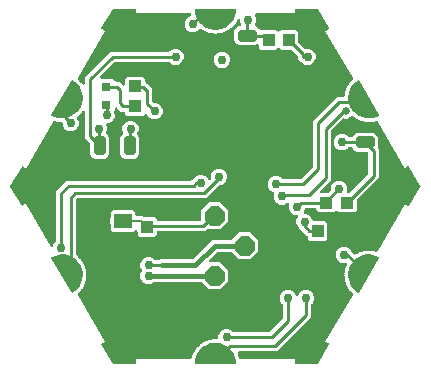
<source format=gbr>
G04 EAGLE Gerber RS-274X export*
G75*
%MOMM*%
%FSLAX34Y34*%
%LPD*%
%INTop Copper*%
%IPPOS*%
%AMOC8*
5,1,8,0,0,1.08239X$1,22.5*%
G01*
%ADD10R,1.100000X1.000000*%
%ADD11R,0.800000X0.800000*%
%ADD12R,1.000000X1.100000*%
%ADD13C,0.499997*%
%ADD14C,1.000000*%
%ADD15P,1.814519X8X202.500000*%
%ADD16R,1.500000X1.300000*%
%ADD17C,0.756400*%
%ADD18C,0.254000*%
%ADD19C,0.177800*%
%ADD20C,0.660400*%
%ADD21C,0.406400*%

G36*
X278630Y195708D02*
X278630Y195708D01*
X278658Y195706D01*
X278726Y195728D01*
X278797Y195742D01*
X278820Y195758D01*
X278847Y195767D01*
X278902Y195814D01*
X278961Y195855D01*
X278976Y195879D01*
X278998Y195897D01*
X279029Y195962D01*
X279068Y196022D01*
X279073Y196050D01*
X279085Y196076D01*
X279094Y196177D01*
X279101Y196219D01*
X279099Y196229D01*
X279100Y196242D01*
X278857Y199292D01*
X278848Y199324D01*
X278844Y199371D01*
X278751Y199751D01*
X324767Y199751D01*
X324833Y199759D01*
X324900Y199758D01*
X324990Y199779D01*
X325082Y199791D01*
X325144Y199815D01*
X325210Y199830D01*
X325292Y199873D01*
X325378Y199908D01*
X325432Y199947D01*
X325491Y199978D01*
X325560Y200040D01*
X325635Y200094D01*
X325678Y200146D01*
X325728Y200191D01*
X325779Y200268D01*
X325838Y200339D01*
X325867Y200400D01*
X325904Y200456D01*
X325934Y200543D01*
X325974Y200627D01*
X325986Y200693D01*
X326008Y200756D01*
X326015Y200799D01*
X326047Y200834D01*
X326079Y200895D01*
X326120Y200950D01*
X326154Y201034D01*
X326197Y201114D01*
X326213Y201181D01*
X326239Y201245D01*
X326251Y201335D01*
X326272Y201423D01*
X326271Y201492D01*
X326281Y201560D01*
X326270Y201650D01*
X326269Y201741D01*
X326264Y201759D01*
X326713Y202782D01*
X326720Y202805D01*
X326732Y202827D01*
X326781Y202980D01*
X327056Y204067D01*
X327084Y204088D01*
X327126Y204143D01*
X327175Y204191D01*
X327223Y204269D01*
X327278Y204340D01*
X327305Y204403D01*
X327341Y204462D01*
X327368Y204549D01*
X327403Y204632D01*
X327414Y204701D01*
X327434Y204766D01*
X327438Y204857D01*
X327452Y204947D01*
X327451Y204964D01*
X328062Y205900D01*
X328072Y205922D01*
X328088Y205941D01*
X328161Y206084D01*
X328612Y207111D01*
X328643Y207127D01*
X328693Y207174D01*
X328750Y207214D01*
X328809Y207282D01*
X328876Y207344D01*
X328913Y207402D01*
X328958Y207454D01*
X328998Y207535D01*
X329047Y207611D01*
X329069Y207677D01*
X329100Y207739D01*
X329119Y207827D01*
X329147Y207913D01*
X329149Y207931D01*
X329905Y208753D01*
X329920Y208773D01*
X329938Y208790D01*
X330034Y208919D01*
X330647Y209857D01*
X330680Y209869D01*
X330738Y209907D01*
X330800Y209936D01*
X330870Y209994D01*
X330946Y210044D01*
X330992Y210095D01*
X331045Y210139D01*
X331098Y210212D01*
X331159Y210279D01*
X331191Y210340D01*
X331232Y210396D01*
X331265Y210481D01*
X331308Y210561D01*
X331312Y210578D01*
X332194Y211265D01*
X332211Y211282D01*
X332231Y211295D01*
X332348Y211407D01*
X333107Y212231D01*
X333142Y212237D01*
X333205Y212265D01*
X333271Y212284D01*
X333349Y212329D01*
X333432Y212366D01*
X333486Y212409D01*
X333546Y212443D01*
X333610Y212507D01*
X333682Y212563D01*
X333723Y212618D01*
X333772Y212667D01*
X333819Y212744D01*
X333874Y212817D01*
X333881Y212833D01*
X334864Y213365D01*
X334884Y213379D01*
X334906Y213389D01*
X335039Y213480D01*
X335924Y214168D01*
X335959Y214168D01*
X336026Y214185D01*
X336094Y214193D01*
X336179Y214225D01*
X336267Y214248D01*
X336327Y214281D01*
X336392Y214305D01*
X336466Y214357D01*
X336545Y214401D01*
X336596Y214448D01*
X336652Y214488D01*
X336711Y214557D01*
X336777Y214619D01*
X336787Y214634D01*
X337843Y214997D01*
X337865Y215008D01*
X337889Y215014D01*
X338035Y215081D01*
X339021Y215615D01*
X339056Y215609D01*
X339124Y215615D01*
X339193Y215611D01*
X339282Y215629D01*
X339373Y215637D01*
X339438Y215660D01*
X339505Y215673D01*
X339587Y215712D01*
X339673Y215742D01*
X339730Y215781D01*
X339792Y215810D01*
X339861Y215869D01*
X339937Y215919D01*
X339949Y215933D01*
X341051Y216116D01*
X341074Y216123D01*
X341099Y216125D01*
X341254Y216168D01*
X342314Y216532D01*
X342347Y216520D01*
X342416Y216515D01*
X342483Y216500D01*
X342574Y216503D01*
X342665Y216496D01*
X342732Y216508D01*
X342801Y216510D01*
X342888Y216535D01*
X342978Y216550D01*
X343041Y216579D01*
X343107Y216598D01*
X343185Y216644D01*
X343268Y216681D01*
X343282Y216693D01*
X344399Y216693D01*
X344423Y216696D01*
X344448Y216694D01*
X344608Y216710D01*
X345713Y216894D01*
X345744Y216878D01*
X345811Y216861D01*
X345875Y216835D01*
X345965Y216823D01*
X346053Y216801D01*
X346122Y216802D01*
X346190Y216792D01*
X346280Y216803D01*
X346371Y216804D01*
X346438Y216821D01*
X346506Y216829D01*
X346591Y216862D01*
X346678Y216885D01*
X346694Y216894D01*
X347291Y216794D01*
X347356Y216792D01*
X347420Y216779D01*
X347514Y216785D01*
X347609Y216782D01*
X347672Y216795D01*
X347737Y216799D01*
X347827Y216828D01*
X347920Y216848D01*
X347978Y216877D01*
X348039Y216897D01*
X348120Y216948D01*
X348204Y216990D01*
X348253Y217033D01*
X348308Y217067D01*
X348373Y217136D01*
X348445Y217199D01*
X348482Y217252D01*
X348526Y217299D01*
X348572Y217382D01*
X348626Y217460D01*
X348648Y217521D01*
X348680Y217578D01*
X348703Y217669D01*
X348736Y217758D01*
X348743Y217823D01*
X348759Y217885D01*
X348769Y218046D01*
X348769Y219799D01*
X349809Y222309D01*
X351731Y224231D01*
X354241Y225271D01*
X356959Y225271D01*
X359469Y224231D01*
X360570Y223130D01*
X360648Y223070D01*
X360720Y223002D01*
X360773Y222973D01*
X360821Y222936D01*
X360912Y222896D01*
X360998Y222848D01*
X361057Y222833D01*
X361113Y222809D01*
X361211Y222794D01*
X361306Y222769D01*
X361406Y222763D01*
X361427Y222759D01*
X361439Y222761D01*
X361467Y222759D01*
X391385Y222759D01*
X391484Y222771D01*
X391583Y222774D01*
X391641Y222791D01*
X391701Y222799D01*
X391793Y222835D01*
X391888Y222863D01*
X391940Y222893D01*
X391997Y222916D01*
X392077Y222974D01*
X392162Y223024D01*
X392237Y223090D01*
X392254Y223102D01*
X392262Y223112D01*
X392283Y223130D01*
X402980Y233827D01*
X403040Y233905D01*
X403108Y233978D01*
X403137Y234031D01*
X403174Y234078D01*
X403214Y234169D01*
X403262Y234256D01*
X403277Y234315D01*
X403301Y234370D01*
X403316Y234468D01*
X403341Y234564D01*
X403347Y234664D01*
X403351Y234684D01*
X403349Y234697D01*
X403351Y234725D01*
X403351Y245593D01*
X403339Y245691D01*
X403336Y245790D01*
X403319Y245848D01*
X403311Y245908D01*
X403275Y246001D01*
X403247Y246096D01*
X403217Y246148D01*
X403194Y246204D01*
X403136Y246284D01*
X403086Y246370D01*
X403020Y246445D01*
X403008Y246461D01*
X402998Y246469D01*
X402980Y246490D01*
X401879Y247591D01*
X400839Y250101D01*
X400839Y252819D01*
X401879Y255329D01*
X403801Y257251D01*
X406311Y258291D01*
X409029Y258291D01*
X411539Y257251D01*
X413461Y255329D01*
X414117Y253744D01*
X414186Y253624D01*
X414251Y253501D01*
X414265Y253486D01*
X414275Y253468D01*
X414372Y253368D01*
X414465Y253265D01*
X414482Y253254D01*
X414496Y253240D01*
X414615Y253167D01*
X414731Y253090D01*
X414750Y253084D01*
X414767Y253073D01*
X414900Y253032D01*
X415032Y252987D01*
X415052Y252986D01*
X415071Y252980D01*
X415210Y252973D01*
X415349Y252962D01*
X415369Y252966D01*
X415389Y252965D01*
X415525Y252993D01*
X415662Y253016D01*
X415681Y253025D01*
X415700Y253029D01*
X415826Y253090D01*
X415952Y253147D01*
X415968Y253160D01*
X415986Y253169D01*
X416092Y253259D01*
X416200Y253346D01*
X416213Y253362D01*
X416228Y253375D01*
X416308Y253489D01*
X416392Y253600D01*
X416404Y253625D01*
X416411Y253635D01*
X416418Y253654D01*
X416463Y253744D01*
X417119Y255329D01*
X419041Y257251D01*
X421551Y258291D01*
X424269Y258291D01*
X426779Y257251D01*
X428701Y255329D01*
X429741Y252819D01*
X429741Y250101D01*
X428701Y247591D01*
X427600Y246490D01*
X427540Y246412D01*
X427472Y246340D01*
X427443Y246287D01*
X427406Y246239D01*
X427366Y246148D01*
X427318Y246062D01*
X427303Y246003D01*
X427279Y245947D01*
X427264Y245849D01*
X427239Y245754D01*
X427233Y245654D01*
X427229Y245633D01*
X427231Y245621D01*
X427229Y245593D01*
X427229Y235701D01*
X398029Y206501D01*
X366273Y206501D01*
X366127Y206483D01*
X365980Y206467D01*
X365969Y206463D01*
X365957Y206461D01*
X365821Y206407D01*
X365683Y206356D01*
X365673Y206349D01*
X365661Y206344D01*
X365542Y206258D01*
X365422Y206174D01*
X365414Y206165D01*
X365404Y206158D01*
X365310Y206044D01*
X365214Y205933D01*
X365209Y205922D01*
X365201Y205913D01*
X365139Y205780D01*
X365073Y205648D01*
X365069Y205632D01*
X365066Y205625D01*
X365063Y205609D01*
X365030Y205492D01*
X364978Y205243D01*
X364973Y205175D01*
X364957Y205108D01*
X364960Y205017D01*
X364952Y204926D01*
X364964Y204859D01*
X364966Y204790D01*
X364991Y204702D01*
X365006Y204613D01*
X365035Y204550D01*
X365053Y204484D01*
X365099Y204406D01*
X365136Y204323D01*
X365179Y204269D01*
X365214Y204209D01*
X365278Y204145D01*
X365335Y204074D01*
X365349Y204063D01*
X365623Y202980D01*
X365632Y202957D01*
X365636Y202933D01*
X365691Y202782D01*
X366141Y201756D01*
X366133Y201721D01*
X366133Y201652D01*
X366124Y201584D01*
X366134Y201494D01*
X366134Y201403D01*
X366152Y201337D01*
X366159Y201268D01*
X366192Y201183D01*
X366215Y201096D01*
X366248Y201035D01*
X366273Y200971D01*
X366325Y200897D01*
X366369Y200818D01*
X366390Y200796D01*
X366390Y200783D01*
X366419Y200695D01*
X366438Y200604D01*
X366468Y200544D01*
X366488Y200481D01*
X366538Y200402D01*
X366579Y200319D01*
X366623Y200268D01*
X366659Y200212D01*
X366726Y200148D01*
X366787Y200078D01*
X366841Y200040D01*
X366890Y199994D01*
X366971Y199949D01*
X367047Y199896D01*
X367110Y199873D01*
X367169Y199840D01*
X367258Y199817D01*
X367345Y199785D01*
X367412Y199778D01*
X367477Y199761D01*
X367637Y199751D01*
X413653Y199751D01*
X413560Y199371D01*
X413558Y199337D01*
X413547Y199292D01*
X413304Y196242D01*
X413308Y196213D01*
X413303Y196185D01*
X413320Y196116D01*
X413328Y196044D01*
X413343Y196020D01*
X413349Y195992D01*
X413392Y195934D01*
X413428Y195872D01*
X413450Y195855D01*
X413467Y195832D01*
X413529Y195795D01*
X413586Y195752D01*
X413614Y195745D01*
X413638Y195730D01*
X413738Y195714D01*
X413779Y195703D01*
X413789Y195705D01*
X413802Y195703D01*
X432802Y195703D01*
X432878Y195718D01*
X432956Y195727D01*
X432975Y195738D01*
X432997Y195742D01*
X433061Y195786D01*
X433129Y195825D01*
X433145Y195844D01*
X433161Y195855D01*
X433185Y195893D01*
X433235Y195953D01*
X442735Y212453D01*
X442744Y212480D01*
X442760Y212504D01*
X442775Y212574D01*
X442798Y212642D01*
X442795Y212670D01*
X442801Y212698D01*
X442788Y212769D01*
X442782Y212840D01*
X442769Y212865D01*
X442763Y212893D01*
X442723Y212953D01*
X442690Y213016D01*
X442668Y213034D01*
X442652Y213058D01*
X442569Y213116D01*
X442537Y213143D01*
X442526Y213146D01*
X442516Y213153D01*
X439750Y214462D01*
X439717Y214470D01*
X439674Y214490D01*
X439321Y214592D01*
X462322Y254431D01*
X462348Y254493D01*
X462382Y254549D01*
X462409Y254638D01*
X462445Y254724D01*
X462455Y254790D01*
X462474Y254854D01*
X462478Y254947D01*
X462492Y255039D01*
X462485Y255105D01*
X462488Y255172D01*
X462468Y255263D01*
X462459Y255355D01*
X462435Y255418D01*
X462422Y255483D01*
X462380Y255566D01*
X462348Y255653D01*
X462310Y255708D01*
X462280Y255768D01*
X462220Y255838D01*
X462167Y255915D01*
X462116Y255958D01*
X462073Y256008D01*
X462029Y256043D01*
X462016Y256085D01*
X461979Y256144D01*
X461952Y256207D01*
X461896Y256278D01*
X461848Y256355D01*
X461798Y256403D01*
X461756Y256457D01*
X461684Y256513D01*
X461618Y256576D01*
X461558Y256609D01*
X461504Y256651D01*
X461420Y256687D01*
X461341Y256732D01*
X461326Y256736D01*
X460665Y257637D01*
X460648Y257655D01*
X460635Y257676D01*
X460527Y257795D01*
X459724Y258577D01*
X459720Y258610D01*
X459693Y258674D01*
X459677Y258740D01*
X459633Y258820D01*
X459599Y258904D01*
X459557Y258959D01*
X459525Y259020D01*
X459463Y259086D01*
X459408Y259159D01*
X459355Y259202D01*
X459308Y259253D01*
X459232Y259302D01*
X459161Y259359D01*
X459147Y259365D01*
X458643Y260363D01*
X458629Y260383D01*
X458620Y260406D01*
X458533Y260541D01*
X457870Y261445D01*
X457870Y261478D01*
X457855Y261545D01*
X457849Y261614D01*
X457820Y261700D01*
X457800Y261788D01*
X457768Y261849D01*
X457746Y261915D01*
X457696Y261990D01*
X457654Y262071D01*
X457608Y262122D01*
X457570Y262180D01*
X457503Y262241D01*
X457443Y262309D01*
X457430Y262317D01*
X457097Y263384D01*
X457087Y263406D01*
X457081Y263431D01*
X457018Y263579D01*
X456512Y264579D01*
X456519Y264612D01*
X456515Y264681D01*
X456520Y264749D01*
X456505Y264838D01*
X456500Y264929D01*
X456479Y264995D01*
X456467Y265063D01*
X456430Y265146D01*
X456403Y265232D01*
X456366Y265290D01*
X456338Y265353D01*
X456282Y265424D01*
X456233Y265501D01*
X456222Y265512D01*
X456069Y266619D01*
X456063Y266643D01*
X456062Y266667D01*
X456023Y266824D01*
X455689Y267894D01*
X455701Y267925D01*
X455708Y267993D01*
X455725Y268060D01*
X455725Y268151D01*
X455735Y268241D01*
X455725Y268309D01*
X455725Y268378D01*
X455702Y268466D01*
X455689Y268556D01*
X455662Y268619D01*
X455645Y268686D01*
X455601Y268765D01*
X455566Y268849D01*
X455556Y268862D01*
X455588Y269979D01*
X455586Y270003D01*
X455588Y270027D01*
X455577Y270188D01*
X455423Y271299D01*
X455440Y271327D01*
X455458Y271394D01*
X455486Y271457D01*
X455501Y271546D01*
X455525Y271634D01*
X455526Y271703D01*
X455538Y271771D01*
X455530Y271861D01*
X455532Y271952D01*
X455516Y272019D01*
X455510Y272087D01*
X455479Y272173D01*
X455459Y272261D01*
X455451Y272275D01*
X455666Y273372D01*
X455668Y273396D01*
X455675Y273420D01*
X455690Y273580D01*
X455721Y274701D01*
X455742Y274726D01*
X455771Y274789D01*
X455809Y274847D01*
X455838Y274932D01*
X455877Y275015D01*
X455889Y275082D01*
X455912Y275148D01*
X455919Y275238D01*
X455935Y275327D01*
X455931Y275396D01*
X455936Y275465D01*
X455921Y275554D01*
X455915Y275645D01*
X455910Y275659D01*
X456302Y276706D01*
X456308Y276730D01*
X456319Y276752D01*
X456360Y276908D01*
X456575Y278008D01*
X456600Y278030D01*
X456639Y278086D01*
X456686Y278137D01*
X456729Y278217D01*
X456780Y278292D01*
X456804Y278356D01*
X456837Y278417D01*
X456858Y278505D01*
X456890Y278590D01*
X456896Y278659D01*
X456913Y278726D01*
X456912Y278817D01*
X456921Y278907D01*
X456919Y278922D01*
X457299Y279579D01*
X457350Y279702D01*
X457407Y279822D01*
X457412Y279848D01*
X457422Y279872D01*
X457442Y280004D01*
X457467Y280134D01*
X457465Y280161D01*
X457469Y280187D01*
X457455Y280319D01*
X457447Y280451D01*
X457439Y280477D01*
X457436Y280503D01*
X457390Y280628D01*
X457349Y280754D01*
X457335Y280776D01*
X457325Y280801D01*
X457250Y280910D01*
X457179Y281023D01*
X457159Y281041D01*
X457144Y281063D01*
X457044Y281149D01*
X456947Y281241D01*
X456924Y281253D01*
X456904Y281271D01*
X456785Y281330D01*
X456669Y281394D01*
X456643Y281401D01*
X456619Y281413D01*
X456489Y281440D01*
X456361Y281474D01*
X456323Y281476D01*
X456308Y281479D01*
X456286Y281478D01*
X456200Y281484D01*
X453701Y281484D01*
X451191Y282524D01*
X449269Y284445D01*
X448229Y286956D01*
X448229Y289673D01*
X449269Y292184D01*
X451191Y294105D01*
X453701Y295145D01*
X456419Y295145D01*
X458929Y294105D01*
X460851Y292184D01*
X461357Y290961D01*
X461362Y290953D01*
X461364Y290944D01*
X461441Y290814D01*
X461515Y290685D01*
X461521Y290678D01*
X461526Y290670D01*
X461632Y290549D01*
X462450Y289732D01*
X463363Y288819D01*
X463423Y288772D01*
X463475Y288719D01*
X463548Y288675D01*
X463614Y288624D01*
X463683Y288594D01*
X463748Y288555D01*
X463829Y288531D01*
X463906Y288497D01*
X463981Y288485D01*
X464053Y288464D01*
X464137Y288461D01*
X464220Y288447D01*
X464295Y288454D01*
X464370Y288452D01*
X464453Y288469D01*
X464537Y288477D01*
X464608Y288503D01*
X464681Y288519D01*
X464748Y288552D01*
X464815Y288563D01*
X464906Y288568D01*
X464972Y288589D01*
X465039Y288600D01*
X465122Y288637D01*
X465209Y288664D01*
X465267Y288701D01*
X465330Y288729D01*
X465402Y288785D01*
X465479Y288833D01*
X465526Y288883D01*
X465580Y288925D01*
X465636Y288998D01*
X465698Y289063D01*
X465706Y289077D01*
X466741Y289497D01*
X466763Y289509D01*
X466786Y289516D01*
X466929Y289591D01*
X467884Y290178D01*
X467917Y290174D01*
X467985Y290184D01*
X468054Y290184D01*
X468142Y290206D01*
X468232Y290219D01*
X468295Y290246D01*
X468362Y290263D01*
X468442Y290306D01*
X468526Y290341D01*
X468581Y290382D01*
X468641Y290416D01*
X468707Y290478D01*
X468780Y290532D01*
X468790Y290544D01*
X469880Y290788D01*
X469904Y290796D01*
X469928Y290800D01*
X470081Y290850D01*
X471120Y291272D01*
X471151Y291263D01*
X471220Y291261D01*
X471288Y291250D01*
X471379Y291257D01*
X471469Y291255D01*
X471536Y291271D01*
X471605Y291277D01*
X471691Y291307D01*
X471779Y291327D01*
X471840Y291359D01*
X471905Y291382D01*
X471981Y291432D01*
X472061Y291474D01*
X472073Y291484D01*
X473189Y291545D01*
X473213Y291549D01*
X473238Y291549D01*
X473397Y291574D01*
X474491Y291818D01*
X474521Y291804D01*
X474588Y291791D01*
X474654Y291769D01*
X474744Y291761D01*
X474833Y291744D01*
X474902Y291749D01*
X474971Y291743D01*
X475060Y291758D01*
X475150Y291764D01*
X475216Y291785D01*
X475284Y291797D01*
X475367Y291834D01*
X475453Y291862D01*
X475466Y291871D01*
X476577Y291747D01*
X476602Y291747D01*
X476626Y291742D01*
X476787Y291741D01*
X477906Y291802D01*
X477933Y291783D01*
X477998Y291759D01*
X478058Y291727D01*
X478146Y291704D01*
X478232Y291673D01*
X478300Y291666D01*
X478367Y291649D01*
X478458Y291650D01*
X478548Y291640D01*
X478616Y291650D01*
X478685Y291651D01*
X478773Y291674D01*
X478862Y291687D01*
X478877Y291693D01*
X479952Y291389D01*
X479976Y291385D01*
X479999Y291376D01*
X480158Y291348D01*
X481272Y291224D01*
X481296Y291201D01*
X481356Y291167D01*
X481410Y291125D01*
X481493Y291088D01*
X481572Y291043D01*
X481638Y291025D01*
X481701Y290997D01*
X481791Y290983D01*
X481879Y290959D01*
X481948Y290958D01*
X482015Y290947D01*
X482106Y290955D01*
X482197Y290954D01*
X482224Y290960D01*
X482310Y290942D01*
X482398Y290913D01*
X482465Y290909D01*
X482531Y290895D01*
X482623Y290899D01*
X482715Y290893D01*
X482781Y290905D01*
X482849Y290908D01*
X482937Y290934D01*
X483028Y290952D01*
X483089Y290980D01*
X483153Y290999D01*
X483232Y291047D01*
X483316Y291086D01*
X483368Y291129D01*
X483425Y291164D01*
X483490Y291230D01*
X483561Y291288D01*
X483601Y291343D01*
X483648Y291391D01*
X483737Y291525D01*
X506739Y331366D01*
X507033Y331084D01*
X507061Y331066D01*
X507095Y331033D01*
X509618Y329291D01*
X509645Y329280D01*
X509667Y329261D01*
X509736Y329241D01*
X509801Y329213D01*
X509830Y329213D01*
X509858Y329205D01*
X509929Y329213D01*
X510000Y329213D01*
X510027Y329224D01*
X510056Y329227D01*
X510118Y329262D01*
X510183Y329290D01*
X510204Y329310D01*
X510229Y329325D01*
X510292Y329402D01*
X510322Y329432D01*
X510326Y329442D01*
X510335Y329453D01*
X519835Y345953D01*
X519845Y345985D01*
X519854Y345998D01*
X519858Y346022D01*
X519859Y346026D01*
X519890Y346096D01*
X519890Y346120D01*
X519898Y346142D01*
X519892Y346218D01*
X519893Y346295D01*
X519883Y346319D01*
X519882Y346340D01*
X519861Y346379D01*
X519835Y346451D01*
X510335Y362951D01*
X510316Y362973D01*
X510303Y362999D01*
X510250Y363047D01*
X510203Y363100D01*
X510177Y363113D01*
X510156Y363132D01*
X510088Y363155D01*
X510024Y363186D01*
X509995Y363188D01*
X509968Y363197D01*
X509896Y363192D01*
X509825Y363195D01*
X509798Y363185D01*
X509769Y363183D01*
X509679Y363141D01*
X509639Y363126D01*
X509631Y363119D01*
X509618Y363113D01*
X507095Y361371D01*
X507071Y361347D01*
X507033Y361320D01*
X506739Y361038D01*
X483737Y400879D01*
X483697Y400933D01*
X483664Y400992D01*
X483601Y401059D01*
X483545Y401132D01*
X483492Y401174D01*
X483446Y401223D01*
X483368Y401273D01*
X483296Y401330D01*
X483234Y401357D01*
X483178Y401393D01*
X483090Y401422D01*
X483005Y401459D01*
X482939Y401471D01*
X482875Y401491D01*
X482783Y401497D01*
X482692Y401513D01*
X482625Y401507D01*
X482558Y401511D01*
X482467Y401494D01*
X482375Y401486D01*
X482311Y401464D01*
X482245Y401451D01*
X482222Y401442D01*
X482176Y401452D01*
X482108Y401450D01*
X482039Y401458D01*
X481949Y401445D01*
X481859Y401442D01*
X481792Y401423D01*
X481724Y401413D01*
X481640Y401378D01*
X481553Y401353D01*
X481494Y401318D01*
X481430Y401291D01*
X481358Y401237D01*
X481280Y401191D01*
X481269Y401179D01*
X480158Y401056D01*
X480134Y401050D01*
X480110Y401049D01*
X479952Y401015D01*
X478874Y400710D01*
X478843Y400722D01*
X478775Y400731D01*
X478708Y400750D01*
X478618Y400752D01*
X478528Y400764D01*
X478459Y400756D01*
X478390Y400757D01*
X478302Y400737D01*
X478212Y400726D01*
X478148Y400701D01*
X478080Y400686D01*
X478000Y400644D01*
X477915Y400611D01*
X477903Y400602D01*
X476787Y400663D01*
X476762Y400661D01*
X476738Y400665D01*
X476577Y400657D01*
X475463Y400533D01*
X475435Y400550D01*
X475369Y400570D01*
X475306Y400600D01*
X475217Y400617D01*
X475131Y400643D01*
X475062Y400647D01*
X474994Y400660D01*
X474903Y400654D01*
X474813Y400658D01*
X474745Y400644D01*
X474677Y400640D01*
X474590Y400612D01*
X474502Y400594D01*
X474487Y400587D01*
X473397Y400830D01*
X473372Y400833D01*
X473349Y400840D01*
X473189Y400859D01*
X472070Y400920D01*
X472045Y400942D01*
X471983Y400973D01*
X471926Y401012D01*
X471841Y401043D01*
X471760Y401084D01*
X471693Y401098D01*
X471628Y401122D01*
X471538Y401132D01*
X471449Y401151D01*
X471380Y401148D01*
X471312Y401155D01*
X471222Y401142D01*
X471131Y401138D01*
X471116Y401134D01*
X470081Y401554D01*
X470057Y401560D01*
X470035Y401571D01*
X469880Y401616D01*
X468786Y401860D01*
X468765Y401886D01*
X468710Y401926D01*
X468660Y401974D01*
X468581Y402020D01*
X468508Y402073D01*
X468444Y402098D01*
X468384Y402132D01*
X468297Y402157D01*
X468212Y402190D01*
X468144Y402199D01*
X468077Y402217D01*
X467987Y402218D01*
X467897Y402230D01*
X467881Y402228D01*
X466929Y402813D01*
X466906Y402823D01*
X466886Y402837D01*
X466741Y402907D01*
X465702Y403328D01*
X465686Y403357D01*
X465638Y403406D01*
X465597Y403462D01*
X465526Y403519D01*
X465463Y403584D01*
X465404Y403619D01*
X465351Y403663D01*
X465268Y403701D01*
X465191Y403748D01*
X465124Y403768D01*
X465062Y403797D01*
X464973Y403813D01*
X464886Y403839D01*
X464870Y403840D01*
X464027Y404573D01*
X464007Y404587D01*
X463990Y404605D01*
X463858Y404697D01*
X462554Y405498D01*
X462436Y405551D01*
X462321Y405610D01*
X462291Y405617D01*
X462264Y405629D01*
X462136Y405651D01*
X462010Y405680D01*
X461980Y405679D01*
X461951Y405684D01*
X461822Y405674D01*
X461692Y405670D01*
X461664Y405662D01*
X461634Y405659D01*
X461511Y405618D01*
X461387Y405582D01*
X461361Y405566D01*
X461333Y405557D01*
X461224Y405486D01*
X461113Y405420D01*
X461081Y405392D01*
X461067Y405382D01*
X461052Y405366D01*
X460992Y405314D01*
X460251Y404572D01*
X457917Y403606D01*
X455390Y403606D01*
X455306Y403640D01*
X455278Y403648D01*
X455251Y403662D01*
X455125Y403690D01*
X454999Y403724D01*
X454970Y403725D01*
X454941Y403731D01*
X454811Y403727D01*
X454681Y403729D01*
X454653Y403723D01*
X454623Y403722D01*
X454498Y403686D01*
X454372Y403655D01*
X454346Y403641D01*
X454318Y403633D01*
X454206Y403567D01*
X454091Y403507D01*
X454069Y403487D01*
X454044Y403472D01*
X453923Y403365D01*
X444110Y393553D01*
X444050Y393475D01*
X443982Y393402D01*
X443953Y393349D01*
X443916Y393302D01*
X443876Y393211D01*
X443828Y393124D01*
X443813Y393065D01*
X443789Y393010D01*
X443774Y392912D01*
X443749Y392816D01*
X443743Y392716D01*
X443739Y392696D01*
X443741Y392683D01*
X443739Y392655D01*
X443739Y351271D01*
X440837Y348370D01*
X435133Y342665D01*
X435048Y342555D01*
X434959Y342448D01*
X434950Y342430D01*
X434938Y342414D01*
X434882Y342286D01*
X434824Y342161D01*
X434820Y342141D01*
X434812Y342122D01*
X434790Y341984D01*
X434764Y341848D01*
X434765Y341828D01*
X434762Y341808D01*
X434775Y341669D01*
X434784Y341531D01*
X434790Y341512D01*
X434792Y341492D01*
X434839Y341360D01*
X434882Y341228D01*
X434892Y341211D01*
X434899Y341192D01*
X434977Y341077D01*
X435052Y340960D01*
X435067Y340946D01*
X435078Y340929D01*
X435182Y340837D01*
X435283Y340742D01*
X435301Y340732D01*
X435316Y340719D01*
X435440Y340655D01*
X435562Y340588D01*
X435581Y340583D01*
X435600Y340574D01*
X435735Y340544D01*
X435870Y340509D01*
X435898Y340507D01*
X435910Y340504D01*
X435930Y340505D01*
X436030Y340499D01*
X440545Y340499D01*
X440643Y340511D01*
X440742Y340514D01*
X440801Y340531D01*
X440861Y340538D01*
X440953Y340575D01*
X441048Y340602D01*
X441100Y340633D01*
X441156Y340656D01*
X441237Y340714D01*
X441322Y340764D01*
X441397Y340830D01*
X441414Y340842D01*
X441422Y340852D01*
X441443Y340870D01*
X443648Y343075D01*
X443708Y343153D01*
X443776Y343226D01*
X443805Y343279D01*
X443842Y343326D01*
X443882Y343417D01*
X443930Y343504D01*
X443945Y343563D01*
X443969Y343618D01*
X443984Y343716D01*
X444009Y343812D01*
X444015Y343912D01*
X444019Y343932D01*
X444017Y343945D01*
X444019Y343973D01*
X444019Y345529D01*
X445059Y348039D01*
X446981Y349961D01*
X449491Y351001D01*
X452209Y351001D01*
X454719Y349961D01*
X456641Y348039D01*
X457681Y345529D01*
X457681Y342811D01*
X457450Y342254D01*
X457437Y342206D01*
X457415Y342161D01*
X457395Y342053D01*
X457366Y341947D01*
X457365Y341897D01*
X457356Y341848D01*
X457362Y341739D01*
X457361Y341629D01*
X457372Y341580D01*
X457375Y341531D01*
X457409Y341427D01*
X457435Y341320D01*
X457458Y341276D01*
X457473Y341228D01*
X457532Y341136D01*
X457584Y341039D01*
X457617Y341002D01*
X457644Y340960D01*
X457724Y340884D01*
X457798Y340803D01*
X457839Y340776D01*
X457875Y340742D01*
X457971Y340689D01*
X458063Y340628D01*
X458110Y340612D01*
X458154Y340588D01*
X458260Y340561D01*
X458364Y340525D01*
X458414Y340521D01*
X458462Y340509D01*
X458622Y340499D01*
X458665Y340499D01*
X458678Y340500D01*
X458681Y340500D01*
X458696Y340503D01*
X458763Y340511D01*
X458862Y340514D01*
X458920Y340531D01*
X458980Y340538D01*
X459072Y340575D01*
X459168Y340602D01*
X459220Y340633D01*
X459276Y340656D01*
X459356Y340714D01*
X459441Y340764D01*
X459517Y340830D01*
X459533Y340842D01*
X459541Y340852D01*
X459562Y340870D01*
X475419Y356727D01*
X475480Y356805D01*
X475548Y356877D01*
X475577Y356930D01*
X475614Y356978D01*
X475653Y357069D01*
X475701Y357156D01*
X475716Y357214D01*
X475740Y357270D01*
X475756Y357368D01*
X475780Y357464D01*
X475787Y357564D01*
X475790Y357584D01*
X475789Y357597D01*
X475791Y357625D01*
X475791Y374064D01*
X475778Y374162D01*
X475775Y374261D01*
X475758Y374319D01*
X475751Y374379D01*
X475714Y374472D01*
X475687Y374567D01*
X475656Y374619D01*
X475634Y374675D01*
X475576Y374755D01*
X475525Y374841D01*
X475459Y374916D01*
X475447Y374933D01*
X475438Y374940D01*
X475419Y374961D01*
X475261Y375120D01*
X475183Y375180D01*
X475110Y375248D01*
X475057Y375277D01*
X475010Y375314D01*
X474919Y375354D01*
X474832Y375402D01*
X474773Y375417D01*
X474718Y375441D01*
X474620Y375456D01*
X474524Y375481D01*
X474424Y375487D01*
X474404Y375491D01*
X474391Y375490D01*
X474363Y375491D01*
X466344Y375491D01*
X464305Y376336D01*
X462744Y377897D01*
X462520Y378438D01*
X462505Y378463D01*
X462496Y378491D01*
X462427Y378601D01*
X462362Y378714D01*
X462342Y378735D01*
X462326Y378760D01*
X462231Y378849D01*
X462141Y378942D01*
X462116Y378958D01*
X462095Y378978D01*
X461981Y379041D01*
X461870Y379109D01*
X461842Y379117D01*
X461816Y379132D01*
X461690Y379164D01*
X461566Y379202D01*
X461537Y379204D01*
X461508Y379211D01*
X461347Y379221D01*
X459257Y379221D01*
X459159Y379209D01*
X459060Y379206D01*
X459002Y379189D01*
X458942Y379181D01*
X458849Y379145D01*
X458754Y379117D01*
X458702Y379087D01*
X458646Y379064D01*
X458566Y379006D01*
X458480Y378956D01*
X458405Y378890D01*
X458389Y378878D01*
X458381Y378868D01*
X458360Y378850D01*
X457259Y377749D01*
X454749Y376709D01*
X452031Y376709D01*
X449521Y377749D01*
X447599Y379671D01*
X446559Y382181D01*
X446559Y384899D01*
X447599Y387409D01*
X449521Y389331D01*
X452031Y390371D01*
X454749Y390371D01*
X457259Y389331D01*
X458360Y388230D01*
X458438Y388170D01*
X458510Y388102D01*
X458563Y388073D01*
X458611Y388036D01*
X458702Y387996D01*
X458788Y387948D01*
X458847Y387933D01*
X458903Y387909D01*
X459001Y387894D01*
X459096Y387869D01*
X459196Y387863D01*
X459217Y387859D01*
X459229Y387861D01*
X459257Y387859D01*
X461347Y387859D01*
X461377Y387862D01*
X461406Y387860D01*
X461534Y387882D01*
X461663Y387899D01*
X461690Y387909D01*
X461719Y387914D01*
X461838Y387968D01*
X461959Y388016D01*
X461982Y388033D01*
X462009Y388045D01*
X462111Y388126D01*
X462216Y388202D01*
X462235Y388225D01*
X462258Y388244D01*
X462336Y388347D01*
X462419Y388447D01*
X462431Y388474D01*
X462449Y388498D01*
X462520Y388642D01*
X462744Y389183D01*
X464305Y390744D01*
X466344Y391589D01*
X479552Y391589D01*
X481591Y390744D01*
X483152Y389183D01*
X483997Y387144D01*
X483997Y379936D01*
X483930Y379774D01*
X483922Y379746D01*
X483908Y379719D01*
X483880Y379592D01*
X483846Y379467D01*
X483845Y379438D01*
X483839Y379409D01*
X483843Y379280D01*
X483841Y379149D01*
X483847Y379121D01*
X483848Y379091D01*
X483884Y378967D01*
X483915Y378840D01*
X483929Y378814D01*
X483937Y378786D01*
X484003Y378674D01*
X484063Y378559D01*
X484083Y378537D01*
X484098Y378512D01*
X484205Y378391D01*
X484428Y378167D01*
X484428Y353521D01*
X466170Y335263D01*
X466109Y335184D01*
X466041Y335112D01*
X466012Y335059D01*
X465975Y335011D01*
X465936Y334921D01*
X465888Y334834D01*
X465873Y334775D01*
X465849Y334720D01*
X465833Y334622D01*
X465808Y334526D01*
X465802Y334426D01*
X465799Y334406D01*
X465800Y334393D01*
X465798Y334365D01*
X465798Y326187D01*
X464012Y324401D01*
X450487Y324401D01*
X449647Y325241D01*
X449553Y325314D01*
X449464Y325393D01*
X449428Y325411D01*
X449396Y325436D01*
X449287Y325483D01*
X449180Y325537D01*
X449141Y325546D01*
X449104Y325562D01*
X448986Y325581D01*
X448870Y325607D01*
X448830Y325606D01*
X448790Y325612D01*
X448671Y325601D01*
X448552Y325597D01*
X448513Y325586D01*
X448473Y325582D01*
X448361Y325542D01*
X448247Y325509D01*
X448212Y325488D01*
X448174Y325475D01*
X448075Y325408D01*
X447973Y325347D01*
X447928Y325307D01*
X447911Y325296D01*
X447897Y325281D01*
X447852Y325241D01*
X447012Y324401D01*
X433487Y324401D01*
X431701Y326187D01*
X431701Y326862D01*
X431686Y326980D01*
X431678Y327099D01*
X431666Y327137D01*
X431661Y327177D01*
X431617Y327288D01*
X431580Y327401D01*
X431559Y327436D01*
X431544Y327473D01*
X431474Y327569D01*
X431410Y327670D01*
X431381Y327698D01*
X431357Y327730D01*
X431265Y327806D01*
X431179Y327888D01*
X431143Y327907D01*
X431112Y327933D01*
X431004Y327984D01*
X430900Y328041D01*
X430861Y328052D01*
X430824Y328069D01*
X430708Y328091D01*
X430592Y328121D01*
X430532Y328125D01*
X430512Y328129D01*
X430492Y328127D01*
X430431Y328131D01*
X423201Y328131D01*
X423172Y328127D01*
X423142Y328130D01*
X423014Y328108D01*
X422885Y328091D01*
X422858Y328080D01*
X422829Y328075D01*
X422710Y328022D01*
X422590Y327974D01*
X422566Y327957D01*
X422539Y327945D01*
X422437Y327864D01*
X422332Y327787D01*
X422313Y327765D01*
X422290Y327746D01*
X422212Y327643D01*
X422129Y327542D01*
X422117Y327516D01*
X422099Y327492D01*
X422028Y327348D01*
X420984Y324827D01*
X420980Y324811D01*
X420938Y324723D01*
X420935Y324704D01*
X420927Y324686D01*
X420905Y324547D01*
X420878Y324410D01*
X420880Y324391D01*
X420876Y324372D01*
X420889Y324232D01*
X420898Y324093D01*
X420904Y324075D01*
X420906Y324055D01*
X420953Y323924D01*
X420996Y323791D01*
X421007Y323774D01*
X421013Y323756D01*
X421091Y323640D01*
X421166Y323522D01*
X421180Y323509D01*
X421191Y323492D01*
X421296Y323400D01*
X421398Y323304D01*
X421415Y323295D01*
X421429Y323282D01*
X421554Y323218D01*
X421676Y323150D01*
X421695Y323146D01*
X421713Y323137D01*
X421849Y323106D01*
X421984Y323071D01*
X422011Y323069D01*
X422023Y323067D01*
X422043Y323067D01*
X422145Y323061D01*
X422999Y323061D01*
X425509Y322021D01*
X427431Y320099D01*
X428318Y317957D01*
X428333Y317932D01*
X428342Y317904D01*
X428411Y317794D01*
X428476Y317681D01*
X428496Y317660D01*
X428512Y317635D01*
X428606Y317546D01*
X428697Y317453D01*
X428722Y317437D01*
X428743Y317417D01*
X428857Y317355D01*
X428968Y317287D01*
X428996Y317278D01*
X429022Y317264D01*
X429148Y317231D01*
X429272Y317193D01*
X429301Y317192D01*
X429330Y317184D01*
X429491Y317174D01*
X438956Y317174D01*
X440742Y315388D01*
X440742Y301862D01*
X438956Y300076D01*
X426431Y300076D01*
X424645Y301862D01*
X424645Y303022D01*
X424630Y303140D01*
X424623Y303259D01*
X424610Y303297D01*
X424605Y303338D01*
X424561Y303448D01*
X424525Y303561D01*
X424503Y303596D01*
X424488Y303633D01*
X424418Y303729D01*
X424354Y303830D01*
X424325Y303858D01*
X424301Y303891D01*
X424209Y303967D01*
X424123Y304048D01*
X424087Y304068D01*
X424056Y304093D01*
X423949Y304144D01*
X423844Y304202D01*
X423805Y304212D01*
X423769Y304229D01*
X423713Y304240D01*
X417283Y310670D01*
X417281Y310678D01*
X417245Y310771D01*
X417217Y310866D01*
X417187Y310918D01*
X417164Y310974D01*
X417106Y311054D01*
X417056Y311140D01*
X416990Y311215D01*
X416978Y311231D01*
X416968Y311239D01*
X416950Y311260D01*
X415849Y312361D01*
X414809Y314871D01*
X414809Y317589D01*
X415946Y320333D01*
X415950Y320349D01*
X415992Y320437D01*
X415995Y320456D01*
X416003Y320474D01*
X416025Y320613D01*
X416052Y320750D01*
X416050Y320769D01*
X416054Y320788D01*
X416041Y320928D01*
X416032Y321067D01*
X416026Y321085D01*
X416024Y321105D01*
X415977Y321236D01*
X415934Y321369D01*
X415923Y321386D01*
X415917Y321404D01*
X415839Y321520D01*
X415764Y321638D01*
X415750Y321651D01*
X415739Y321668D01*
X415634Y321760D01*
X415532Y321856D01*
X415515Y321865D01*
X415501Y321878D01*
X415376Y321942D01*
X415254Y322010D01*
X415235Y322014D01*
X415217Y322023D01*
X415081Y322054D01*
X414946Y322089D01*
X414919Y322091D01*
X414907Y322093D01*
X414887Y322093D01*
X414785Y322099D01*
X413931Y322099D01*
X411421Y323139D01*
X409499Y325061D01*
X408459Y327571D01*
X408459Y330289D01*
X408522Y330441D01*
X408541Y330508D01*
X408568Y330572D01*
X408583Y330661D01*
X408606Y330748D01*
X408607Y330817D01*
X408618Y330886D01*
X408610Y330976D01*
X408611Y331066D01*
X408595Y331133D01*
X408588Y331203D01*
X408558Y331288D01*
X408537Y331375D01*
X408504Y331437D01*
X408481Y331502D01*
X408430Y331576D01*
X408388Y331656D01*
X408341Y331708D01*
X408302Y331765D01*
X408235Y331825D01*
X408175Y331891D01*
X408116Y331930D01*
X408064Y331976D01*
X407984Y332017D01*
X407909Y332066D01*
X407843Y332089D01*
X407781Y332120D01*
X407693Y332140D01*
X407608Y332169D01*
X407538Y332175D01*
X407470Y332190D01*
X407381Y332187D01*
X407291Y332195D01*
X407222Y332183D01*
X407152Y332180D01*
X407066Y332155D01*
X406978Y332140D01*
X406914Y332111D01*
X406847Y332092D01*
X406769Y332046D01*
X406688Y332010D01*
X406633Y331966D01*
X406573Y331930D01*
X406461Y331832D01*
X403949Y330791D01*
X401231Y330791D01*
X398721Y331831D01*
X396799Y333753D01*
X395759Y336263D01*
X395759Y338981D01*
X396098Y339798D01*
X396129Y339913D01*
X396168Y340025D01*
X396171Y340065D01*
X396182Y340104D01*
X396184Y340223D01*
X396193Y340342D01*
X396186Y340382D01*
X396187Y340422D01*
X396159Y340538D01*
X396139Y340655D01*
X396122Y340692D01*
X396113Y340732D01*
X396057Y340837D01*
X396008Y340945D01*
X395983Y340977D01*
X395964Y341013D01*
X395884Y341101D01*
X395809Y341194D01*
X395777Y341218D01*
X395750Y341248D01*
X395650Y341314D01*
X395555Y341385D01*
X395501Y341412D01*
X395484Y341423D01*
X395465Y341430D01*
X395411Y341456D01*
X393641Y342189D01*
X391719Y344111D01*
X390679Y346621D01*
X390679Y349339D01*
X391719Y351849D01*
X393641Y353771D01*
X396151Y354811D01*
X398869Y354811D01*
X401379Y353771D01*
X402480Y352670D01*
X402558Y352610D01*
X402630Y352542D01*
X402683Y352513D01*
X402731Y352476D01*
X402822Y352436D01*
X402908Y352388D01*
X402967Y352373D01*
X403023Y352349D01*
X403121Y352334D01*
X403216Y352309D01*
X403316Y352303D01*
X403337Y352299D01*
X403349Y352301D01*
X403377Y352299D01*
X418055Y352299D01*
X418154Y352311D01*
X418253Y352314D01*
X418311Y352331D01*
X418371Y352339D01*
X418463Y352375D01*
X418558Y352403D01*
X418610Y352433D01*
X418667Y352456D01*
X418747Y352514D01*
X418832Y352564D01*
X418907Y352630D01*
X418924Y352642D01*
X418932Y352652D01*
X418953Y352670D01*
X428380Y362097D01*
X428440Y362175D01*
X428508Y362248D01*
X428537Y362301D01*
X428574Y362348D01*
X428614Y362439D01*
X428662Y362526D01*
X428677Y362585D01*
X428701Y362640D01*
X428716Y362738D01*
X428741Y362834D01*
X428747Y362934D01*
X428751Y362954D01*
X428749Y362967D01*
X428751Y362995D01*
X428751Y401839D01*
X448933Y422021D01*
X454294Y422021D01*
X454430Y422038D01*
X454566Y422050D01*
X454587Y422058D01*
X454609Y422061D01*
X454737Y422111D01*
X454866Y422157D01*
X454884Y422169D01*
X454905Y422178D01*
X455016Y422258D01*
X455129Y422334D01*
X455144Y422351D01*
X455162Y422364D01*
X455250Y422470D01*
X455341Y422572D01*
X455351Y422592D01*
X455365Y422609D01*
X455424Y422733D01*
X455486Y422855D01*
X455491Y422877D01*
X455501Y422897D01*
X455526Y423031D01*
X455557Y423165D01*
X455558Y423196D01*
X455561Y423209D01*
X455559Y423230D01*
X455563Y423326D01*
X455556Y423546D01*
X455576Y423572D01*
X455601Y423637D01*
X455636Y423696D01*
X455660Y423783D01*
X455694Y423868D01*
X455703Y423936D01*
X455721Y424002D01*
X455723Y424093D01*
X455735Y424183D01*
X455726Y424252D01*
X455728Y424320D01*
X455707Y424409D01*
X455696Y424499D01*
X455690Y424513D01*
X456023Y425580D01*
X456028Y425604D01*
X456037Y425627D01*
X456069Y425785D01*
X456222Y426896D01*
X456246Y426919D01*
X456282Y426978D01*
X456326Y427031D01*
X456364Y427113D01*
X456411Y427190D01*
X456431Y427256D01*
X456460Y427319D01*
X456477Y427408D01*
X456503Y427495D01*
X456506Y427564D01*
X456519Y427631D01*
X456513Y427722D01*
X456517Y427813D01*
X456514Y427828D01*
X457018Y428825D01*
X457026Y428848D01*
X457039Y428869D01*
X457097Y429020D01*
X457431Y430090D01*
X457458Y430109D01*
X457503Y430161D01*
X457555Y430206D01*
X457606Y430281D01*
X457665Y430350D01*
X457696Y430412D01*
X457735Y430468D01*
X457766Y430553D01*
X457806Y430635D01*
X457821Y430702D01*
X457844Y430767D01*
X457853Y430857D01*
X457872Y430946D01*
X457872Y430962D01*
X458533Y431863D01*
X458545Y431884D01*
X458561Y431903D01*
X458643Y432041D01*
X459148Y433042D01*
X459178Y433056D01*
X459231Y433100D01*
X459290Y433136D01*
X459353Y433202D01*
X459422Y433260D01*
X459463Y433316D01*
X459511Y433365D01*
X459555Y433444D01*
X459609Y433518D01*
X459634Y433582D01*
X459668Y433642D01*
X459692Y433729D01*
X459725Y433814D01*
X459727Y433829D01*
X460527Y434609D01*
X460543Y434628D01*
X460562Y434644D01*
X460665Y434767D01*
X461328Y435671D01*
X461360Y435680D01*
X461420Y435715D01*
X461483Y435741D01*
X461556Y435795D01*
X461635Y435841D01*
X461684Y435889D01*
X461739Y435930D01*
X461796Y436001D01*
X461861Y436064D01*
X461896Y436124D01*
X461939Y436177D01*
X461977Y436259D01*
X462024Y436337D01*
X462032Y436364D01*
X462051Y436377D01*
X462114Y436446D01*
X462183Y436508D01*
X462220Y436563D01*
X462264Y436613D01*
X462308Y436695D01*
X462359Y436773D01*
X462381Y436836D01*
X462412Y436895D01*
X462433Y436985D01*
X462464Y437073D01*
X462470Y437139D01*
X462485Y437204D01*
X462483Y437297D01*
X462491Y437390D01*
X462480Y437456D01*
X462479Y437522D01*
X462454Y437612D01*
X462438Y437704D01*
X462411Y437764D01*
X462394Y437828D01*
X462322Y437973D01*
X439321Y477812D01*
X439674Y477914D01*
X439704Y477930D01*
X439750Y477942D01*
X442516Y479251D01*
X442538Y479268D01*
X442565Y479278D01*
X442617Y479327D01*
X442675Y479370D01*
X442689Y479395D01*
X442710Y479414D01*
X442739Y479480D01*
X442775Y479542D01*
X442778Y479570D01*
X442790Y479596D01*
X442791Y479668D01*
X442800Y479739D01*
X442792Y479766D01*
X442793Y479795D01*
X442757Y479890D01*
X442746Y479930D01*
X442739Y479939D01*
X442735Y479951D01*
X433235Y496451D01*
X433183Y496510D01*
X433137Y496572D01*
X433118Y496583D01*
X433103Y496600D01*
X433033Y496634D01*
X432966Y496674D01*
X432942Y496678D01*
X432924Y496686D01*
X432879Y496688D01*
X432802Y496701D01*
X413802Y496701D01*
X413774Y496696D01*
X413746Y496698D01*
X413678Y496676D01*
X413607Y496662D01*
X413584Y496646D01*
X413557Y496637D01*
X413502Y496590D01*
X413443Y496549D01*
X413428Y496525D01*
X413407Y496507D01*
X413375Y496442D01*
X413336Y496382D01*
X413331Y496354D01*
X413319Y496328D01*
X413310Y496227D01*
X413303Y496185D01*
X413305Y496175D01*
X413304Y496162D01*
X413547Y493112D01*
X413556Y493080D01*
X413560Y493033D01*
X413653Y492653D01*
X380985Y492653D01*
X380936Y492647D01*
X380886Y492649D01*
X380779Y492627D01*
X380670Y492613D01*
X380623Y492595D01*
X380575Y492585D01*
X380476Y492537D01*
X380374Y492496D01*
X380334Y492467D01*
X380289Y492445D01*
X380206Y492374D01*
X380116Y492310D01*
X380085Y492271D01*
X380047Y492239D01*
X379984Y492149D01*
X379914Y492065D01*
X379892Y492020D01*
X379864Y491979D01*
X379825Y491876D01*
X379778Y491777D01*
X379769Y491728D01*
X379751Y491682D01*
X379739Y491572D01*
X379718Y491465D01*
X379721Y491415D01*
X379716Y491366D01*
X379731Y491257D01*
X379738Y491147D01*
X379753Y491100D01*
X379760Y491051D01*
X379812Y490898D01*
X380846Y488404D01*
X380846Y485686D01*
X379779Y483112D01*
X379748Y482997D01*
X379709Y482885D01*
X379706Y482844D01*
X379695Y482805D01*
X379694Y482686D01*
X379684Y482568D01*
X379691Y482528D01*
X379690Y482487D01*
X379718Y482371D01*
X379739Y482254D01*
X379755Y482217D01*
X379765Y482178D01*
X379820Y482073D01*
X379869Y481964D01*
X379894Y481933D01*
X379913Y481897D01*
X379993Y481809D01*
X380068Y481716D01*
X380100Y481691D01*
X380127Y481662D01*
X380227Y481596D01*
X380322Y481525D01*
X380376Y481498D01*
X380393Y481487D01*
X380412Y481480D01*
X380466Y481454D01*
X381769Y480914D01*
X383399Y479284D01*
X383409Y479266D01*
X383430Y479245D01*
X383446Y479220D01*
X383540Y479131D01*
X383630Y479038D01*
X383656Y479022D01*
X383677Y479002D01*
X383791Y478939D01*
X383902Y478871D01*
X383930Y478863D01*
X383956Y478848D01*
X384081Y478816D01*
X384205Y478778D01*
X384235Y478776D01*
X384264Y478769D01*
X384424Y478759D01*
X397424Y478759D01*
X398764Y477419D01*
X398858Y477346D01*
X398947Y477267D01*
X398983Y477249D01*
X399015Y477224D01*
X399125Y477177D01*
X399231Y477123D01*
X399270Y477114D01*
X399307Y477098D01*
X399425Y477079D01*
X399541Y477053D01*
X399581Y477054D01*
X399621Y477048D01*
X399740Y477059D01*
X399859Y477063D01*
X399898Y477074D01*
X399938Y477078D01*
X400050Y477118D01*
X400164Y477151D01*
X400199Y477171D01*
X400237Y477185D01*
X400336Y477252D01*
X400438Y477313D01*
X400483Y477352D01*
X400500Y477364D01*
X400514Y477379D01*
X400559Y477419D01*
X401899Y478759D01*
X414424Y478759D01*
X416210Y476973D01*
X416210Y468795D01*
X416223Y468696D01*
X416226Y468597D01*
X416242Y468539D01*
X416250Y468479D01*
X416287Y468387D01*
X416314Y468292D01*
X416345Y468240D01*
X416367Y468183D01*
X416425Y468103D01*
X416476Y468018D01*
X416542Y467942D01*
X416554Y467926D01*
X416563Y467918D01*
X416582Y467897D01*
X421442Y463037D01*
X421465Y463019D01*
X421484Y462997D01*
X421590Y462922D01*
X421693Y462842D01*
X421720Y462831D01*
X421744Y462814D01*
X421866Y462768D01*
X421985Y462716D01*
X422014Y462711D01*
X422042Y462701D01*
X422171Y462687D01*
X422299Y462666D01*
X422328Y462669D01*
X422358Y462666D01*
X422486Y462684D01*
X422615Y462696D01*
X422643Y462706D01*
X422673Y462710D01*
X422821Y462761D01*
X425539Y462761D01*
X428049Y461721D01*
X429971Y459799D01*
X431011Y457289D01*
X431011Y454571D01*
X429971Y452061D01*
X428049Y450139D01*
X425539Y449099D01*
X422821Y449099D01*
X420311Y450139D01*
X419210Y451240D01*
X419132Y451300D01*
X419060Y451368D01*
X419007Y451397D01*
X418959Y451434D01*
X418868Y451474D01*
X418782Y451522D01*
X418723Y451537D01*
X418667Y451561D01*
X418625Y451568D01*
X416051Y454141D01*
X416051Y455687D01*
X416039Y455785D01*
X416036Y455884D01*
X416019Y455942D01*
X416011Y456002D01*
X415975Y456094D01*
X415947Y456189D01*
X415917Y456242D01*
X415894Y456298D01*
X415836Y456378D01*
X415786Y456463D01*
X415720Y456539D01*
X415708Y456555D01*
X415698Y456563D01*
X415680Y456584D01*
X410974Y461289D01*
X410896Y461350D01*
X410824Y461418D01*
X410771Y461447D01*
X410723Y461484D01*
X410632Y461524D01*
X410545Y461571D01*
X410487Y461587D01*
X410431Y461611D01*
X410333Y461626D01*
X410238Y461651D01*
X410138Y461657D01*
X410117Y461661D01*
X410105Y461659D01*
X410077Y461661D01*
X401899Y461661D01*
X400559Y463001D01*
X400465Y463074D01*
X400376Y463153D01*
X400340Y463171D01*
X400308Y463196D01*
X400198Y463243D01*
X400092Y463297D01*
X400053Y463306D01*
X400016Y463322D01*
X399898Y463341D01*
X399782Y463367D01*
X399742Y463366D01*
X399702Y463372D01*
X399583Y463361D01*
X399464Y463357D01*
X399425Y463346D01*
X399385Y463342D01*
X399273Y463302D01*
X399159Y463269D01*
X399124Y463248D01*
X399086Y463235D01*
X398987Y463168D01*
X398885Y463107D01*
X398840Y463067D01*
X398823Y463056D01*
X398809Y463041D01*
X398764Y463001D01*
X397424Y461661D01*
X384899Y461661D01*
X383113Y463447D01*
X383113Y465163D01*
X383107Y465212D01*
X383109Y465262D01*
X383087Y465369D01*
X383073Y465479D01*
X383055Y465525D01*
X383045Y465573D01*
X382996Y465672D01*
X382956Y465774D01*
X382927Y465815D01*
X382905Y465859D01*
X382834Y465943D01*
X382769Y466032D01*
X382731Y466063D01*
X382699Y466101D01*
X382609Y466164D01*
X382524Y466234D01*
X382479Y466256D01*
X382438Y466284D01*
X382336Y466323D01*
X382236Y466370D01*
X382188Y466379D01*
X382141Y466397D01*
X382032Y466409D01*
X381924Y466430D01*
X381875Y466427D01*
X381825Y466432D01*
X381716Y466417D01*
X381607Y466410D01*
X381559Y466395D01*
X381510Y466388D01*
X381358Y466336D01*
X379730Y465661D01*
X366522Y465661D01*
X364483Y466506D01*
X362922Y468067D01*
X362077Y470106D01*
X362077Y477314D01*
X362922Y479353D01*
X364483Y480914D01*
X366522Y481759D01*
X366912Y481759D01*
X366961Y481765D01*
X367011Y481763D01*
X367118Y481785D01*
X367227Y481799D01*
X367273Y481817D01*
X367322Y481827D01*
X367421Y481875D01*
X367523Y481916D01*
X367563Y481945D01*
X367608Y481967D01*
X367691Y482038D01*
X367780Y482102D01*
X367812Y482141D01*
X367850Y482173D01*
X367913Y482263D01*
X367983Y482347D01*
X368004Y482392D01*
X368033Y482433D01*
X368072Y482536D01*
X368118Y482635D01*
X368128Y482684D01*
X368145Y482730D01*
X368158Y482840D01*
X368178Y482947D01*
X368175Y482997D01*
X368181Y483046D01*
X368165Y483155D01*
X368159Y483265D01*
X368143Y483312D01*
X368136Y483361D01*
X368084Y483514D01*
X367184Y485686D01*
X367184Y486591D01*
X367170Y486701D01*
X367165Y486812D01*
X367151Y486858D01*
X367144Y486906D01*
X367104Y487010D01*
X367071Y487115D01*
X367045Y487157D01*
X367027Y487202D01*
X366962Y487292D01*
X366904Y487386D01*
X366869Y487420D01*
X366841Y487459D01*
X366755Y487530D01*
X366675Y487607D01*
X366633Y487631D01*
X366596Y487662D01*
X366495Y487709D01*
X366399Y487764D01*
X366352Y487777D01*
X366308Y487798D01*
X366199Y487819D01*
X366092Y487848D01*
X366043Y487848D01*
X365996Y487857D01*
X365885Y487851D01*
X365774Y487852D01*
X365727Y487841D01*
X365678Y487838D01*
X365573Y487804D01*
X365465Y487777D01*
X365422Y487755D01*
X365376Y487740D01*
X365282Y487680D01*
X365184Y487628D01*
X365148Y487596D01*
X365107Y487570D01*
X365031Y487489D01*
X364949Y487414D01*
X364904Y487354D01*
X364889Y487338D01*
X364880Y487322D01*
X364852Y487285D01*
X364342Y486504D01*
X364332Y486482D01*
X364316Y486463D01*
X364243Y486320D01*
X363792Y485293D01*
X363761Y485277D01*
X363711Y485230D01*
X363654Y485190D01*
X363595Y485122D01*
X363528Y485060D01*
X363491Y485002D01*
X363446Y484950D01*
X363406Y484869D01*
X363357Y484792D01*
X363335Y484727D01*
X363304Y484665D01*
X363285Y484577D01*
X363257Y484491D01*
X363255Y484473D01*
X362499Y483651D01*
X362484Y483631D01*
X362466Y483614D01*
X362370Y483485D01*
X361757Y482547D01*
X361724Y482535D01*
X361666Y482497D01*
X361604Y482468D01*
X361534Y482410D01*
X361458Y482360D01*
X361412Y482309D01*
X361359Y482265D01*
X361306Y482192D01*
X361245Y482124D01*
X361213Y482063D01*
X361172Y482008D01*
X361139Y481923D01*
X361096Y481843D01*
X361092Y481826D01*
X360210Y481139D01*
X360193Y481122D01*
X360173Y481109D01*
X360056Y480997D01*
X359297Y480173D01*
X359262Y480167D01*
X359199Y480139D01*
X359133Y480120D01*
X359055Y480075D01*
X358972Y480038D01*
X358918Y479995D01*
X358858Y479961D01*
X358794Y479897D01*
X358722Y479841D01*
X358681Y479786D01*
X358632Y479737D01*
X358585Y479660D01*
X358530Y479587D01*
X358523Y479571D01*
X357540Y479039D01*
X357520Y479025D01*
X357498Y479015D01*
X357365Y478924D01*
X356480Y478236D01*
X356445Y478236D01*
X356378Y478219D01*
X356310Y478211D01*
X356225Y478179D01*
X356137Y478156D01*
X356077Y478123D01*
X356012Y478099D01*
X355938Y478047D01*
X355859Y478003D01*
X355808Y477956D01*
X355752Y477916D01*
X355693Y477847D01*
X355627Y477785D01*
X355618Y477770D01*
X354561Y477407D01*
X354539Y477396D01*
X354515Y477390D01*
X354369Y477323D01*
X353383Y476789D01*
X353348Y476795D01*
X353280Y476789D01*
X353211Y476793D01*
X353122Y476775D01*
X353031Y476767D01*
X352966Y476744D01*
X352899Y476731D01*
X352817Y476692D01*
X352731Y476662D01*
X352674Y476623D01*
X352612Y476594D01*
X352543Y476535D01*
X352467Y476485D01*
X352455Y476471D01*
X351353Y476288D01*
X351330Y476281D01*
X351305Y476279D01*
X351150Y476236D01*
X350090Y475872D01*
X350057Y475884D01*
X349988Y475889D01*
X349921Y475904D01*
X349830Y475901D01*
X349739Y475908D01*
X349672Y475896D01*
X349603Y475894D01*
X349516Y475869D01*
X349426Y475854D01*
X349363Y475825D01*
X349297Y475806D01*
X349219Y475760D01*
X349136Y475723D01*
X349122Y475711D01*
X348005Y475711D01*
X347981Y475708D01*
X347956Y475710D01*
X347796Y475694D01*
X346691Y475510D01*
X346660Y475526D01*
X346593Y475543D01*
X346529Y475569D01*
X346439Y475581D01*
X346351Y475603D01*
X346282Y475602D01*
X346214Y475612D01*
X346124Y475601D01*
X346033Y475600D01*
X345966Y475583D01*
X345898Y475575D01*
X345813Y475542D01*
X345726Y475519D01*
X345710Y475510D01*
X344608Y475694D01*
X344583Y475695D01*
X344560Y475701D01*
X344399Y475711D01*
X343278Y475711D01*
X343250Y475733D01*
X343187Y475760D01*
X343128Y475796D01*
X343042Y475823D01*
X342959Y475859D01*
X342890Y475870D01*
X342825Y475891D01*
X342734Y475895D01*
X342644Y475909D01*
X342576Y475903D01*
X342507Y475906D01*
X342418Y475888D01*
X342328Y475879D01*
X342311Y475873D01*
X341254Y476236D01*
X341230Y476241D01*
X341208Y476251D01*
X341051Y476288D01*
X339945Y476472D01*
X339921Y476498D01*
X339864Y476535D01*
X339812Y476581D01*
X339731Y476621D01*
X339654Y476671D01*
X339589Y476692D01*
X339527Y476723D01*
X339439Y476743D01*
X339353Y476771D01*
X339284Y476776D01*
X339217Y476791D01*
X339126Y476788D01*
X339036Y476794D01*
X339018Y476791D01*
X338035Y477323D01*
X338012Y477332D01*
X337992Y477345D01*
X337843Y477407D01*
X336783Y477771D01*
X336764Y477800D01*
X336713Y477847D01*
X336669Y477900D01*
X336596Y477954D01*
X336529Y478015D01*
X336468Y478047D01*
X336412Y478088D01*
X336328Y478121D01*
X336248Y478164D01*
X336181Y478180D01*
X336117Y478206D01*
X336027Y478217D01*
X335939Y478238D01*
X335921Y478238D01*
X335039Y478924D01*
X335018Y478937D01*
X335000Y478954D01*
X334864Y479039D01*
X333889Y479566D01*
X333801Y479601D01*
X333716Y479644D01*
X333653Y479658D01*
X333593Y479682D01*
X333499Y479693D01*
X333406Y479714D01*
X333341Y479712D01*
X333277Y479719D01*
X333183Y479707D01*
X333088Y479704D01*
X333026Y479686D01*
X332962Y479678D01*
X332874Y479642D01*
X332783Y479616D01*
X332727Y479583D01*
X332667Y479559D01*
X332591Y479502D01*
X332509Y479454D01*
X332426Y479381D01*
X332411Y479370D01*
X332405Y479362D01*
X332388Y479348D01*
X330799Y477759D01*
X328289Y476719D01*
X325571Y476719D01*
X323061Y477759D01*
X321139Y479681D01*
X320099Y482191D01*
X320099Y484909D01*
X321139Y487419D01*
X323061Y489341D01*
X325163Y490211D01*
X325223Y490246D01*
X325288Y490272D01*
X325361Y490324D01*
X325439Y490369D01*
X325489Y490418D01*
X325546Y490458D01*
X325603Y490528D01*
X325667Y490590D01*
X325704Y490650D01*
X325748Y490703D01*
X325787Y490785D01*
X325834Y490861D01*
X325854Y490928D01*
X325884Y490991D01*
X325901Y491079D01*
X325927Y491165D01*
X325931Y491235D01*
X325944Y491304D01*
X325938Y491393D01*
X325942Y491483D01*
X325928Y491551D01*
X325924Y491621D01*
X325896Y491706D01*
X325878Y491794D01*
X325847Y491857D01*
X325826Y491923D01*
X325778Y491999D01*
X325738Y492080D01*
X325693Y492133D01*
X325656Y492192D01*
X325590Y492254D01*
X325532Y492322D01*
X325475Y492362D01*
X325424Y492410D01*
X325346Y492453D01*
X325272Y492505D01*
X325207Y492530D01*
X325146Y492564D01*
X325059Y492586D01*
X324975Y492618D01*
X324905Y492626D01*
X324838Y492643D01*
X324677Y492653D01*
X278751Y492653D01*
X278844Y493033D01*
X278846Y493067D01*
X278857Y493112D01*
X279100Y496162D01*
X279096Y496191D01*
X279101Y496219D01*
X279084Y496288D01*
X279076Y496360D01*
X279062Y496384D01*
X279055Y496412D01*
X279012Y496470D01*
X278977Y496532D01*
X278954Y496549D01*
X278937Y496572D01*
X278875Y496609D01*
X278818Y496652D01*
X278790Y496659D01*
X278766Y496674D01*
X278666Y496690D01*
X278625Y496701D01*
X278615Y496699D01*
X278602Y496701D01*
X259602Y496701D01*
X259526Y496686D01*
X259448Y496677D01*
X259429Y496666D01*
X259407Y496662D01*
X259343Y496618D01*
X259275Y496579D01*
X259259Y496560D01*
X259243Y496549D01*
X259219Y496511D01*
X259169Y496451D01*
X249669Y479951D01*
X249660Y479924D01*
X249644Y479900D01*
X249629Y479830D01*
X249606Y479762D01*
X249609Y479734D01*
X249603Y479706D01*
X249617Y479636D01*
X249622Y479564D01*
X249635Y479539D01*
X249641Y479511D01*
X249681Y479451D01*
X249714Y479388D01*
X249736Y479370D01*
X249752Y479346D01*
X249835Y479288D01*
X249867Y479261D01*
X249878Y479258D01*
X249889Y479251D01*
X252655Y477942D01*
X252688Y477934D01*
X252730Y477914D01*
X253083Y477812D01*
X230082Y437973D01*
X230056Y437911D01*
X230022Y437855D01*
X229995Y437766D01*
X229959Y437680D01*
X229949Y437614D01*
X229930Y437550D01*
X229926Y437457D01*
X229912Y437365D01*
X229919Y437299D01*
X229916Y437232D01*
X229936Y437141D01*
X229945Y437049D01*
X229969Y436986D01*
X229982Y436921D01*
X230024Y436838D01*
X230056Y436751D01*
X230094Y436696D01*
X230124Y436636D01*
X230184Y436566D01*
X230237Y436489D01*
X230288Y436446D01*
X230331Y436396D01*
X230375Y436361D01*
X230388Y436319D01*
X230425Y436260D01*
X230452Y436197D01*
X230508Y436126D01*
X230556Y436049D01*
X230606Y436001D01*
X230648Y435947D01*
X230720Y435891D01*
X230786Y435828D01*
X230846Y435795D01*
X230900Y435753D01*
X230984Y435717D01*
X231063Y435672D01*
X231078Y435668D01*
X231739Y434767D01*
X231756Y434749D01*
X231769Y434728D01*
X231877Y434609D01*
X232680Y433827D01*
X232684Y433794D01*
X232711Y433730D01*
X232727Y433664D01*
X232771Y433584D01*
X232805Y433500D01*
X232847Y433445D01*
X232879Y433384D01*
X232941Y433318D01*
X232996Y433245D01*
X233049Y433202D01*
X233096Y433151D01*
X233172Y433102D01*
X233243Y433045D01*
X233257Y433039D01*
X233309Y432936D01*
X233321Y432918D01*
X233330Y432898D01*
X233410Y432786D01*
X233487Y432673D01*
X233503Y432658D01*
X233516Y432640D01*
X233622Y432553D01*
X233725Y432462D01*
X233744Y432452D01*
X233761Y432437D01*
X233885Y432379D01*
X234008Y432316D01*
X234029Y432311D01*
X234049Y432302D01*
X234183Y432276D01*
X234318Y432246D01*
X234340Y432246D01*
X234362Y432242D01*
X234498Y432251D01*
X234636Y432254D01*
X234657Y432260D01*
X234679Y432262D01*
X234809Y432304D01*
X234941Y432342D01*
X234960Y432353D01*
X234981Y432360D01*
X235097Y432433D01*
X235216Y432503D01*
X235231Y432518D01*
X235250Y432530D01*
X235344Y432630D01*
X235442Y432727D01*
X235453Y432746D01*
X235468Y432762D01*
X235534Y432882D01*
X235605Y433000D01*
X235611Y433021D01*
X235622Y433040D01*
X235656Y433173D01*
X235695Y433305D01*
X235696Y433327D01*
X235701Y433348D01*
X235711Y433509D01*
X235711Y438669D01*
X257291Y460249D01*
X306553Y460249D01*
X306651Y460261D01*
X306750Y460264D01*
X306808Y460281D01*
X306868Y460289D01*
X306961Y460325D01*
X307056Y460353D01*
X307108Y460383D01*
X307164Y460406D01*
X307244Y460464D01*
X307330Y460514D01*
X307405Y460580D01*
X307421Y460592D01*
X307429Y460602D01*
X307450Y460620D01*
X308551Y461721D01*
X311061Y462761D01*
X313779Y462761D01*
X316289Y461721D01*
X318211Y459799D01*
X319251Y457289D01*
X319251Y454571D01*
X318211Y452061D01*
X316289Y450139D01*
X313779Y449099D01*
X311061Y449099D01*
X308551Y450139D01*
X307450Y451240D01*
X307372Y451300D01*
X307300Y451368D01*
X307247Y451397D01*
X307199Y451434D01*
X307108Y451474D01*
X307022Y451522D01*
X306963Y451537D01*
X306907Y451561D01*
X306809Y451576D01*
X306714Y451601D01*
X306614Y451607D01*
X306593Y451611D01*
X306581Y451609D01*
X306553Y451611D01*
X261395Y451611D01*
X261296Y451599D01*
X261197Y451596D01*
X261139Y451579D01*
X261079Y451571D01*
X260987Y451535D01*
X260892Y451507D01*
X260840Y451477D01*
X260783Y451454D01*
X260703Y451396D01*
X260618Y451346D01*
X260543Y451280D01*
X260526Y451268D01*
X260518Y451258D01*
X260497Y451240D01*
X248853Y439595D01*
X248767Y439485D01*
X248679Y439378D01*
X248670Y439360D01*
X248658Y439344D01*
X248602Y439216D01*
X248543Y439090D01*
X248539Y439071D01*
X248531Y439052D01*
X248509Y438914D01*
X248483Y438778D01*
X248485Y438758D01*
X248481Y438738D01*
X248495Y438599D01*
X248503Y438461D01*
X248509Y438441D01*
X248511Y438421D01*
X248558Y438290D01*
X248601Y438158D01*
X248612Y438141D01*
X248619Y438122D01*
X248697Y438007D01*
X248771Y437889D01*
X248786Y437875D01*
X248797Y437859D01*
X248902Y437767D01*
X249003Y437671D01*
X249021Y437662D01*
X249036Y437648D01*
X249160Y437585D01*
X249281Y437518D01*
X249301Y437513D01*
X249319Y437504D01*
X249455Y437473D01*
X249589Y437438D01*
X249617Y437437D01*
X249629Y437434D01*
X249650Y437435D01*
X249750Y437428D01*
X259174Y437428D01*
X261173Y435429D01*
X261187Y435411D01*
X261250Y435310D01*
X261280Y435282D01*
X261304Y435249D01*
X261395Y435173D01*
X261482Y435092D01*
X261517Y435072D01*
X261549Y435047D01*
X261656Y434996D01*
X261760Y434938D01*
X261800Y434928D01*
X261836Y434911D01*
X261953Y434889D01*
X262068Y434859D01*
X262129Y434855D01*
X262149Y434851D01*
X262169Y434853D01*
X262229Y434849D01*
X264679Y434849D01*
X267580Y431947D01*
X267581Y431947D01*
X267605Y431922D01*
X267715Y431837D01*
X267823Y431748D01*
X267841Y431739D01*
X267857Y431727D01*
X267985Y431671D01*
X268111Y431612D01*
X268130Y431608D01*
X268148Y431601D01*
X268287Y431579D01*
X268423Y431552D01*
X268443Y431554D01*
X268462Y431550D01*
X268602Y431564D01*
X268740Y431572D01*
X268759Y431578D01*
X268779Y431580D01*
X268910Y431627D01*
X269043Y431670D01*
X269060Y431681D01*
X269078Y431688D01*
X269194Y431766D01*
X269312Y431840D01*
X269325Y431855D01*
X269342Y431866D01*
X269434Y431970D01*
X269530Y432072D01*
X269539Y432089D01*
X269552Y432104D01*
X269616Y432229D01*
X269683Y432350D01*
X269688Y432370D01*
X269697Y432387D01*
X269728Y432524D01*
X269763Y432658D01*
X269764Y432686D01*
X269767Y432698D01*
X269766Y432718D01*
X269773Y432819D01*
X269773Y437150D01*
X271559Y438936D01*
X285084Y438936D01*
X286870Y437150D01*
X286870Y434773D01*
X286883Y434675D01*
X286886Y434576D01*
X286902Y434518D01*
X286910Y434458D01*
X286947Y434366D01*
X286974Y434270D01*
X287005Y434218D01*
X287027Y434162D01*
X287085Y434082D01*
X287136Y433996D01*
X287202Y433921D01*
X287214Y433905D01*
X287223Y433897D01*
X287242Y433876D01*
X288437Y432680D01*
X288515Y432620D01*
X288588Y432552D01*
X288641Y432523D01*
X288688Y432486D01*
X288779Y432446D01*
X288866Y432398D01*
X288925Y432383D01*
X288980Y432359D01*
X289078Y432344D01*
X289174Y432319D01*
X289274Y432313D01*
X289294Y432309D01*
X289307Y432311D01*
X289335Y432309D01*
X290079Y432309D01*
X292609Y429779D01*
X292609Y418553D01*
X292621Y418454D01*
X292624Y418355D01*
X292641Y418297D01*
X292649Y418237D01*
X292685Y418145D01*
X292713Y418050D01*
X292743Y417998D01*
X292766Y417941D01*
X292824Y417861D01*
X292874Y417776D01*
X292940Y417701D01*
X292952Y417684D01*
X292962Y417676D01*
X292980Y417655D01*
X293545Y417090D01*
X293623Y417030D01*
X293696Y416962D01*
X293749Y416933D01*
X293796Y416896D01*
X293887Y416856D01*
X293974Y416808D01*
X294033Y416793D01*
X294088Y416769D01*
X294186Y416754D01*
X294282Y416729D01*
X294382Y416723D01*
X294402Y416719D01*
X294415Y416721D01*
X294443Y416719D01*
X295999Y416719D01*
X298509Y415679D01*
X300431Y413757D01*
X301471Y411247D01*
X301471Y408529D01*
X300431Y406019D01*
X298509Y404097D01*
X295999Y403057D01*
X293281Y403057D01*
X290771Y404097D01*
X288849Y406019D01*
X288526Y406798D01*
X288502Y406841D01*
X288485Y406888D01*
X288423Y406979D01*
X288369Y407074D01*
X288334Y407110D01*
X288306Y407151D01*
X288224Y407224D01*
X288148Y407303D01*
X288105Y407329D01*
X288068Y407362D01*
X287970Y407412D01*
X287876Y407469D01*
X287829Y407484D01*
X287785Y407506D01*
X287677Y407530D01*
X287572Y407563D01*
X287523Y407565D01*
X287474Y407576D01*
X287365Y407573D01*
X287255Y407578D01*
X287206Y407568D01*
X287156Y407566D01*
X287051Y407536D01*
X286943Y407514D01*
X286899Y407492D01*
X286851Y407478D01*
X286757Y407422D01*
X286658Y407374D01*
X286620Y407342D01*
X286577Y407316D01*
X286456Y407210D01*
X285084Y405838D01*
X271559Y405838D01*
X269773Y407624D01*
X269773Y408299D01*
X269758Y408417D01*
X269750Y408536D01*
X269738Y408574D01*
X269733Y408614D01*
X269689Y408725D01*
X269652Y408838D01*
X269631Y408872D01*
X269616Y408910D01*
X269546Y409006D01*
X269482Y409107D01*
X269453Y409135D01*
X269429Y409167D01*
X269337Y409243D01*
X269251Y409325D01*
X269215Y409344D01*
X269184Y409370D01*
X269076Y409421D01*
X268972Y409478D01*
X268933Y409488D01*
X268896Y409506D01*
X268780Y409528D01*
X268664Y409558D01*
X268604Y409562D01*
X268584Y409565D01*
X268564Y409564D01*
X268504Y409568D01*
X266314Y409568D01*
X264013Y411870D01*
X263127Y412756D01*
X263017Y412841D01*
X262910Y412930D01*
X262891Y412938D01*
X262875Y412951D01*
X262747Y413006D01*
X262622Y413065D01*
X262602Y413069D01*
X262583Y413077D01*
X262445Y413099D01*
X262310Y413125D01*
X262289Y413124D01*
X262269Y413127D01*
X262130Y413114D01*
X261992Y413105D01*
X261973Y413099D01*
X261953Y413097D01*
X261822Y413050D01*
X261690Y413007D01*
X261673Y412996D01*
X261653Y412990D01*
X261539Y412912D01*
X261421Y412837D01*
X261407Y412822D01*
X261390Y412811D01*
X261298Y412707D01*
X261203Y412605D01*
X261193Y412588D01*
X261180Y412573D01*
X261117Y412449D01*
X261050Y412327D01*
X261044Y412307D01*
X261035Y412289D01*
X261005Y412153D01*
X260970Y412019D01*
X260968Y411991D01*
X260966Y411979D01*
X260966Y411959D01*
X260960Y411858D01*
X260960Y410117D01*
X260778Y409934D01*
X260760Y409911D01*
X260737Y409892D01*
X260662Y409786D01*
X260583Y409683D01*
X260571Y409656D01*
X260554Y409632D01*
X260508Y409511D01*
X260456Y409391D01*
X260452Y409362D01*
X260441Y409334D01*
X260427Y409206D01*
X260406Y409077D01*
X260409Y409048D01*
X260406Y409018D01*
X260424Y408890D01*
X260436Y408761D01*
X260446Y408733D01*
X260450Y408704D01*
X260502Y408551D01*
X260831Y407759D01*
X260831Y405041D01*
X259791Y402531D01*
X257869Y400609D01*
X255359Y399569D01*
X255038Y399569D01*
X254989Y399563D01*
X254939Y399565D01*
X254832Y399543D01*
X254722Y399529D01*
X254676Y399511D01*
X254628Y399501D01*
X254529Y399453D01*
X254427Y399412D01*
X254387Y399383D01*
X254342Y399361D01*
X254258Y399290D01*
X254169Y399226D01*
X254138Y399187D01*
X254100Y399155D01*
X254037Y399065D01*
X253967Y398981D01*
X253945Y398936D01*
X253917Y398895D01*
X253878Y398792D01*
X253831Y398693D01*
X253822Y398644D01*
X253804Y398598D01*
X253792Y398488D01*
X253771Y398381D01*
X253774Y398331D01*
X253769Y398282D01*
X253784Y398173D01*
X253791Y398063D01*
X253806Y398016D01*
X253813Y397967D01*
X253865Y397814D01*
X254481Y396329D01*
X254481Y393611D01*
X253827Y392032D01*
X253819Y392004D01*
X253806Y391978D01*
X253777Y391851D01*
X253743Y391726D01*
X253742Y391696D01*
X253736Y391667D01*
X253740Y391538D01*
X253738Y391408D01*
X253745Y391379D01*
X253746Y391349D01*
X253782Y391225D01*
X253812Y391098D01*
X253826Y391072D01*
X253834Y391044D01*
X253900Y390932D01*
X253961Y390817D01*
X253981Y390795D01*
X253995Y390770D01*
X254102Y390649D01*
X255616Y389135D01*
X256461Y387096D01*
X256461Y373888D01*
X255616Y371849D01*
X254055Y370288D01*
X252016Y369443D01*
X244808Y369443D01*
X242769Y370288D01*
X241208Y371849D01*
X240363Y373888D01*
X240363Y381907D01*
X240351Y382006D01*
X240348Y382105D01*
X240331Y382163D01*
X240323Y382223D01*
X240287Y382315D01*
X240259Y382410D01*
X240229Y382462D01*
X240206Y382519D01*
X240148Y382599D01*
X240098Y382684D01*
X240032Y382759D01*
X240020Y382776D01*
X240010Y382784D01*
X239992Y382805D01*
X235711Y387085D01*
X235711Y409028D01*
X235706Y409068D01*
X235709Y409109D01*
X235686Y409226D01*
X235671Y409343D01*
X235656Y409381D01*
X235649Y409421D01*
X235598Y409529D01*
X235554Y409639D01*
X235530Y409672D01*
X235513Y409709D01*
X235437Y409800D01*
X235368Y409896D01*
X235336Y409922D01*
X235310Y409954D01*
X235214Y410024D01*
X235123Y410099D01*
X235086Y410117D01*
X235053Y410141D01*
X234942Y410184D01*
X234835Y410235D01*
X234795Y410242D01*
X234757Y410257D01*
X234639Y410272D01*
X234523Y410295D01*
X234482Y410292D01*
X234441Y410297D01*
X234323Y410282D01*
X234205Y410275D01*
X234166Y410262D01*
X234126Y410257D01*
X234015Y410213D01*
X233903Y410177D01*
X233868Y410155D01*
X233830Y410140D01*
X233734Y410070D01*
X233634Y410007D01*
X233606Y409977D01*
X233573Y409953D01*
X233463Y409835D01*
X233242Y409567D01*
X233229Y409547D01*
X233211Y409529D01*
X233122Y409395D01*
X232561Y408425D01*
X232530Y408412D01*
X232475Y408371D01*
X232414Y408338D01*
X232348Y408277D01*
X232275Y408223D01*
X232231Y408169D01*
X232181Y408122D01*
X232132Y408046D01*
X232075Y407976D01*
X232046Y407913D01*
X232008Y407855D01*
X231980Y407769D01*
X231942Y407687D01*
X231939Y407671D01*
X231096Y406938D01*
X231079Y406920D01*
X231060Y406905D01*
X230949Y406788D01*
X230236Y405923D01*
X230204Y405915D01*
X230142Y405884D01*
X230077Y405862D01*
X230001Y405812D01*
X229921Y405771D01*
X229869Y405725D01*
X229811Y405687D01*
X229750Y405620D01*
X229682Y405560D01*
X229644Y405503D01*
X229597Y405452D01*
X229555Y405372D01*
X229504Y405297D01*
X229489Y405255D01*
X229480Y405249D01*
X229447Y405211D01*
X229407Y405179D01*
X229341Y405092D01*
X229270Y405010D01*
X229247Y404965D01*
X229216Y404925D01*
X229175Y404824D01*
X229125Y404727D01*
X229114Y404678D01*
X229095Y404631D01*
X229079Y404523D01*
X229055Y404417D01*
X229057Y404366D01*
X229050Y404316D01*
X229062Y404208D01*
X229065Y404099D01*
X229079Y404050D01*
X229085Y404000D01*
X229123Y403898D01*
X229154Y403793D01*
X229179Y403750D01*
X229197Y403702D01*
X229260Y403613D01*
X229315Y403520D01*
X229368Y403460D01*
X229380Y403442D01*
X229393Y403431D01*
X229403Y403420D01*
X230444Y400905D01*
X230444Y398188D01*
X229404Y395677D01*
X227483Y393756D01*
X224972Y392716D01*
X222255Y392716D01*
X219744Y393756D01*
X217823Y395677D01*
X216783Y398188D01*
X216783Y399386D01*
X216763Y399540D01*
X216746Y399691D01*
X216744Y399696D01*
X216743Y399702D01*
X216687Y399844D01*
X216631Y399987D01*
X216628Y399992D01*
X216626Y399997D01*
X216536Y400121D01*
X216447Y400246D01*
X216442Y400250D01*
X216439Y400255D01*
X216320Y400353D01*
X216204Y400451D01*
X216199Y400454D01*
X216194Y400458D01*
X216056Y400522D01*
X215917Y400590D01*
X215911Y400591D01*
X215906Y400593D01*
X215757Y400622D01*
X215605Y400652D01*
X215598Y400652D01*
X215594Y400653D01*
X215585Y400652D01*
X215444Y400654D01*
X214498Y400602D01*
X214471Y400621D01*
X214406Y400645D01*
X214346Y400677D01*
X214257Y400700D01*
X214173Y400731D01*
X214104Y400738D01*
X214037Y400755D01*
X213946Y400754D01*
X213856Y400764D01*
X213788Y400754D01*
X213719Y400753D01*
X213631Y400730D01*
X213542Y400717D01*
X213527Y400711D01*
X212452Y401015D01*
X212428Y401019D01*
X212405Y401028D01*
X212246Y401056D01*
X211132Y401180D01*
X211108Y401203D01*
X211048Y401237D01*
X210994Y401279D01*
X210911Y401316D01*
X210832Y401361D01*
X210766Y401379D01*
X210703Y401407D01*
X210613Y401421D01*
X210525Y401445D01*
X210456Y401446D01*
X210389Y401457D01*
X210298Y401449D01*
X210207Y401450D01*
X210180Y401444D01*
X210094Y401462D01*
X210006Y401491D01*
X209939Y401495D01*
X209873Y401509D01*
X209781Y401505D01*
X209689Y401511D01*
X209623Y401499D01*
X209555Y401496D01*
X209467Y401470D01*
X209376Y401452D01*
X209315Y401424D01*
X209251Y401405D01*
X209172Y401357D01*
X209088Y401318D01*
X209036Y401275D01*
X208979Y401240D01*
X208914Y401174D01*
X208843Y401116D01*
X208803Y401061D01*
X208756Y401013D01*
X208667Y400879D01*
X185665Y361038D01*
X185371Y361320D01*
X185343Y361338D01*
X185309Y361371D01*
X182786Y363113D01*
X182759Y363124D01*
X182737Y363143D01*
X182668Y363163D01*
X182603Y363191D01*
X182574Y363191D01*
X182546Y363199D01*
X182475Y363191D01*
X182404Y363192D01*
X182377Y363180D01*
X182348Y363177D01*
X182286Y363142D01*
X182221Y363114D01*
X182200Y363094D01*
X182175Y363079D01*
X182112Y363002D01*
X182082Y362972D01*
X182078Y362962D01*
X182069Y362951D01*
X172569Y346451D01*
X172545Y346378D01*
X172514Y346308D01*
X172514Y346284D01*
X172506Y346262D01*
X172513Y346186D01*
X172512Y346109D01*
X172521Y346085D01*
X172522Y346064D01*
X172543Y346025D01*
X172562Y345973D01*
X172563Y345967D01*
X172565Y345965D01*
X172569Y345953D01*
X182069Y329453D01*
X182088Y329431D01*
X182101Y329405D01*
X182154Y329357D01*
X182201Y329304D01*
X182227Y329291D01*
X182249Y329272D01*
X182316Y329249D01*
X182380Y329218D01*
X182409Y329217D01*
X182436Y329207D01*
X182508Y329212D01*
X182579Y329209D01*
X182606Y329219D01*
X182635Y329221D01*
X182725Y329263D01*
X182765Y329278D01*
X182773Y329285D01*
X182786Y329291D01*
X185309Y331033D01*
X185333Y331057D01*
X185371Y331084D01*
X185665Y331366D01*
X206587Y295128D01*
X206621Y295083D01*
X206647Y295033D01*
X206716Y294957D01*
X206779Y294874D01*
X206823Y294839D01*
X206861Y294798D01*
X206947Y294741D01*
X207028Y294677D01*
X207080Y294654D01*
X207127Y294623D01*
X207224Y294589D01*
X207319Y294547D01*
X207374Y294538D01*
X207427Y294520D01*
X207530Y294511D01*
X207632Y294494D01*
X207688Y294499D01*
X207744Y294494D01*
X207846Y294512D01*
X207949Y294521D01*
X208002Y294539D01*
X208058Y294549D01*
X208152Y294591D01*
X208249Y294625D01*
X208296Y294656D01*
X208348Y294679D01*
X208428Y294744D01*
X208514Y294801D01*
X208552Y294843D01*
X208596Y294878D01*
X208658Y294960D01*
X208727Y295037D01*
X208754Y295087D01*
X208787Y295132D01*
X208858Y295277D01*
X209935Y297876D01*
X211036Y298977D01*
X211096Y299055D01*
X211164Y299127D01*
X211193Y299180D01*
X211230Y299228D01*
X211270Y299319D01*
X211318Y299405D01*
X211333Y299464D01*
X211357Y299520D01*
X211372Y299618D01*
X211397Y299713D01*
X211403Y299813D01*
X211407Y299834D01*
X211405Y299846D01*
X211407Y299874D01*
X211407Y341975D01*
X220461Y351029D01*
X325345Y351029D01*
X325444Y351041D01*
X325543Y351044D01*
X325601Y351061D01*
X325661Y351069D01*
X325753Y351105D01*
X325848Y351133D01*
X325900Y351163D01*
X325957Y351186D01*
X326037Y351244D01*
X326122Y351294D01*
X326197Y351360D01*
X326214Y351372D01*
X326222Y351382D01*
X326243Y351400D01*
X328245Y353403D01*
X328253Y353404D01*
X328346Y353440D01*
X328441Y353468D01*
X328493Y353498D01*
X328549Y353521D01*
X328629Y353579D01*
X328715Y353629D01*
X328790Y353696D01*
X328807Y353708D01*
X328814Y353717D01*
X328835Y353736D01*
X329936Y354836D01*
X332446Y355876D01*
X335164Y355876D01*
X337674Y354836D01*
X339596Y352914D01*
X339865Y352265D01*
X339890Y352221D01*
X339906Y352175D01*
X339968Y352084D01*
X340023Y351988D01*
X340057Y351953D01*
X340085Y351912D01*
X340167Y351839D01*
X340244Y351760D01*
X340286Y351734D01*
X340323Y351701D01*
X340421Y351651D01*
X340515Y351594D01*
X340562Y351579D01*
X340607Y351556D01*
X340714Y351532D01*
X340819Y351500D01*
X340869Y351498D01*
X340917Y351487D01*
X341027Y351490D01*
X341137Y351485D01*
X341185Y351495D01*
X341235Y351496D01*
X341340Y351527D01*
X341448Y351549D01*
X341493Y351571D01*
X341540Y351585D01*
X341635Y351641D01*
X341734Y351689D01*
X341771Y351721D01*
X341814Y351746D01*
X341935Y351853D01*
X342048Y351965D01*
X342108Y352043D01*
X342176Y352116D01*
X342205Y352169D01*
X342242Y352216D01*
X342282Y352307D01*
X342330Y352394D01*
X342345Y352453D01*
X342369Y352508D01*
X342384Y352606D01*
X342409Y352702D01*
X342415Y352802D01*
X342419Y352822D01*
X342417Y352835D01*
X342419Y352863D01*
X342419Y355689D01*
X343459Y358199D01*
X345381Y360121D01*
X347891Y361161D01*
X350609Y361161D01*
X353119Y360121D01*
X355041Y358199D01*
X356081Y355689D01*
X356081Y352971D01*
X355041Y350461D01*
X353119Y348539D01*
X350609Y347499D01*
X350323Y347499D01*
X350224Y347487D01*
X350125Y347484D01*
X350067Y347467D01*
X350007Y347459D01*
X349915Y347423D01*
X349820Y347395D01*
X349768Y347365D01*
X349711Y347342D01*
X349631Y347284D01*
X349546Y347234D01*
X349471Y347168D01*
X349454Y347156D01*
X349446Y347146D01*
X349425Y347128D01*
X338339Y336041D01*
X229645Y336041D01*
X229546Y336029D01*
X229447Y336026D01*
X229389Y336009D01*
X229329Y336001D01*
X229237Y335965D01*
X229142Y335937D01*
X229090Y335907D01*
X229033Y335884D01*
X228953Y335826D01*
X228868Y335776D01*
X228793Y335710D01*
X228776Y335698D01*
X228768Y335688D01*
X228747Y335670D01*
X228262Y335185D01*
X228202Y335107D01*
X228134Y335034D01*
X228113Y334997D01*
X228092Y334972D01*
X228085Y334956D01*
X228068Y334934D01*
X228028Y334843D01*
X227980Y334756D01*
X227968Y334707D01*
X227957Y334684D01*
X227955Y334673D01*
X227941Y334642D01*
X227926Y334544D01*
X227901Y334448D01*
X227895Y334348D01*
X227891Y334328D01*
X227893Y334315D01*
X227891Y334287D01*
X227891Y288832D01*
X227909Y288690D01*
X227923Y288548D01*
X227929Y288532D01*
X227931Y288516D01*
X227983Y288384D01*
X228032Y288249D01*
X228042Y288236D01*
X228048Y288221D01*
X228132Y288105D01*
X228213Y287987D01*
X228228Y287972D01*
X228234Y287963D01*
X228249Y287951D01*
X228327Y287874D01*
X228377Y287831D01*
X228397Y287817D01*
X228414Y287799D01*
X228546Y287707D01*
X229502Y287120D01*
X229513Y287089D01*
X229553Y287033D01*
X229584Y286971D01*
X229644Y286903D01*
X229696Y286829D01*
X229748Y286784D01*
X229794Y286732D01*
X229869Y286681D01*
X229938Y286622D01*
X229999Y286592D01*
X230056Y286553D01*
X230142Y286522D01*
X230223Y286482D01*
X230238Y286479D01*
X230949Y285616D01*
X230967Y285600D01*
X230981Y285579D01*
X231096Y285466D01*
X231942Y284730D01*
X231948Y284698D01*
X231978Y284636D01*
X231998Y284570D01*
X232046Y284493D01*
X232085Y284411D01*
X232130Y284358D01*
X232166Y284300D01*
X232231Y284237D01*
X232290Y284167D01*
X232346Y284127D01*
X232395Y284080D01*
X232474Y284035D01*
X232548Y283982D01*
X232563Y283976D01*
X233122Y283009D01*
X233137Y282989D01*
X233147Y282967D01*
X233242Y282837D01*
X233955Y281972D01*
X233956Y281939D01*
X233975Y281873D01*
X233985Y281804D01*
X234019Y281720D01*
X234044Y281633D01*
X234079Y281574D01*
X234105Y281510D01*
X234159Y281437D01*
X234206Y281359D01*
X234254Y281310D01*
X234295Y281255D01*
X234366Y281198D01*
X234430Y281134D01*
X234444Y281126D01*
X234836Y280079D01*
X234848Y280058D01*
X234854Y280034D01*
X234926Y279890D01*
X235487Y278919D01*
X235482Y278887D01*
X235490Y278818D01*
X235489Y278749D01*
X235509Y278661D01*
X235519Y278571D01*
X235544Y278506D01*
X235559Y278439D01*
X235601Y278359D01*
X235633Y278274D01*
X235673Y278218D01*
X235705Y278156D01*
X235765Y278088D01*
X235818Y278015D01*
X235829Y278005D01*
X236044Y276908D01*
X236052Y276884D01*
X236055Y276860D01*
X236102Y276706D01*
X236495Y275656D01*
X236486Y275625D01*
X236482Y275556D01*
X236469Y275488D01*
X236474Y275398D01*
X236470Y275307D01*
X236484Y275240D01*
X236488Y275171D01*
X236515Y275084D01*
X236534Y274996D01*
X236564Y274934D01*
X236585Y274868D01*
X236633Y274791D01*
X236673Y274710D01*
X236683Y274698D01*
X236714Y273580D01*
X236718Y273556D01*
X236717Y273532D01*
X236738Y273372D01*
X236953Y272272D01*
X236938Y272242D01*
X236924Y272175D01*
X236900Y272110D01*
X236890Y272020D01*
X236871Y271932D01*
X236873Y271863D01*
X236866Y271794D01*
X236879Y271705D01*
X236882Y271614D01*
X236902Y271548D01*
X236911Y271480D01*
X236946Y271396D01*
X236972Y271309D01*
X236980Y271295D01*
X236827Y270188D01*
X236827Y270163D01*
X236822Y270140D01*
X236816Y269979D01*
X236848Y268858D01*
X236828Y268832D01*
X236803Y268767D01*
X236768Y268708D01*
X236744Y268621D01*
X236710Y268536D01*
X236701Y268468D01*
X236683Y268402D01*
X236681Y268311D01*
X236669Y268221D01*
X236678Y268152D01*
X236676Y268084D01*
X236697Y267995D01*
X236708Y267905D01*
X236714Y267891D01*
X236381Y266824D01*
X236376Y266800D01*
X236367Y266777D01*
X236335Y266619D01*
X236182Y265508D01*
X236158Y265485D01*
X236122Y265426D01*
X236078Y265373D01*
X236040Y265291D01*
X235993Y265214D01*
X235973Y265148D01*
X235944Y265085D01*
X235927Y264996D01*
X235901Y264909D01*
X235898Y264840D01*
X235885Y264773D01*
X235891Y264682D01*
X235887Y264591D01*
X235890Y264576D01*
X235386Y263579D01*
X235378Y263555D01*
X235365Y263535D01*
X235307Y263384D01*
X234973Y262314D01*
X234946Y262295D01*
X234901Y262243D01*
X234849Y262198D01*
X234798Y262123D01*
X234739Y262054D01*
X234708Y261992D01*
X234669Y261936D01*
X234638Y261851D01*
X234598Y261769D01*
X234583Y261702D01*
X234560Y261637D01*
X234551Y261547D01*
X234532Y261458D01*
X234532Y261442D01*
X233871Y260541D01*
X233859Y260520D01*
X233843Y260501D01*
X233761Y260363D01*
X233256Y259362D01*
X233226Y259348D01*
X233173Y259304D01*
X233114Y259268D01*
X233051Y259202D01*
X232982Y259144D01*
X232941Y259088D01*
X232893Y259039D01*
X232849Y258960D01*
X232795Y258886D01*
X232770Y258822D01*
X232736Y258762D01*
X232712Y258675D01*
X232679Y258590D01*
X232677Y258575D01*
X231877Y257795D01*
X231861Y257776D01*
X231842Y257760D01*
X231739Y257637D01*
X231076Y256733D01*
X231044Y256724D01*
X230984Y256689D01*
X230921Y256663D01*
X230848Y256609D01*
X230769Y256563D01*
X230720Y256515D01*
X230665Y256474D01*
X230608Y256403D01*
X230543Y256340D01*
X230508Y256280D01*
X230465Y256227D01*
X230427Y256145D01*
X230380Y256067D01*
X230372Y256040D01*
X230353Y256027D01*
X230290Y255958D01*
X230221Y255896D01*
X230184Y255841D01*
X230140Y255791D01*
X230096Y255709D01*
X230045Y255631D01*
X230023Y255568D01*
X229992Y255509D01*
X229971Y255419D01*
X229940Y255331D01*
X229934Y255265D01*
X229919Y255200D01*
X229921Y255107D01*
X229913Y255014D01*
X229924Y254948D01*
X229925Y254882D01*
X229950Y254792D01*
X229966Y254700D01*
X229993Y254640D01*
X230010Y254576D01*
X230082Y254431D01*
X253083Y214592D01*
X252730Y214490D01*
X252700Y214474D01*
X252655Y214462D01*
X249889Y213153D01*
X249866Y213136D01*
X249839Y213126D01*
X249787Y213077D01*
X249729Y213034D01*
X249715Y213009D01*
X249694Y212990D01*
X249665Y212924D01*
X249629Y212862D01*
X249626Y212834D01*
X249614Y212808D01*
X249613Y212736D01*
X249604Y212665D01*
X249612Y212638D01*
X249612Y212609D01*
X249647Y212514D01*
X249658Y212474D01*
X249665Y212465D01*
X249669Y212453D01*
X259169Y195953D01*
X259221Y195895D01*
X259267Y195832D01*
X259286Y195821D01*
X259301Y195804D01*
X259371Y195770D01*
X259438Y195730D01*
X259463Y195726D01*
X259480Y195718D01*
X259525Y195716D01*
X259602Y195703D01*
X278602Y195703D01*
X278630Y195708D01*
G37*
%LPC*%
G36*
X340705Y259079D02*
X340705Y259079D01*
X334925Y264860D01*
X334847Y264920D01*
X334775Y264988D01*
X334722Y265017D01*
X334674Y265054D01*
X334583Y265094D01*
X334496Y265142D01*
X334438Y265157D01*
X334382Y265181D01*
X334284Y265196D01*
X334188Y265221D01*
X334088Y265227D01*
X334068Y265231D01*
X334056Y265229D01*
X334028Y265231D01*
X294665Y265231D01*
X294567Y265219D01*
X294468Y265216D01*
X294410Y265199D01*
X294350Y265191D01*
X294257Y265155D01*
X294162Y265127D01*
X294110Y265097D01*
X294054Y265074D01*
X293974Y265016D01*
X293888Y264966D01*
X293813Y264900D01*
X293797Y264888D01*
X293789Y264878D01*
X293768Y264860D01*
X293429Y264521D01*
X290919Y263481D01*
X288201Y263481D01*
X285691Y264521D01*
X283769Y266443D01*
X282729Y268953D01*
X282729Y271671D01*
X283847Y274370D01*
X283874Y274466D01*
X283909Y274558D01*
X283915Y274619D01*
X283931Y274677D01*
X283933Y274776D01*
X283944Y274874D01*
X283936Y274934D01*
X283936Y274995D01*
X283913Y275091D01*
X283900Y275189D01*
X283867Y275284D01*
X283862Y275304D01*
X283857Y275315D01*
X283847Y275342D01*
X282729Y278041D01*
X282729Y280759D01*
X283769Y283269D01*
X285691Y285191D01*
X288201Y286231D01*
X290919Y286231D01*
X293429Y285191D01*
X294530Y284090D01*
X294608Y284030D01*
X294680Y283962D01*
X294733Y283933D01*
X294781Y283896D01*
X294872Y283856D01*
X294958Y283808D01*
X295017Y283793D01*
X295073Y283769D01*
X295171Y283754D01*
X295266Y283729D01*
X295366Y283723D01*
X295387Y283719D01*
X295399Y283721D01*
X295427Y283719D01*
X297887Y283719D01*
X297896Y283720D01*
X297906Y283719D01*
X298054Y283740D01*
X298203Y283759D01*
X298211Y283762D01*
X298221Y283763D01*
X298373Y283815D01*
X299979Y284481D01*
X326300Y284481D01*
X326398Y284493D01*
X326497Y284496D01*
X326555Y284513D01*
X326615Y284521D01*
X326707Y284557D01*
X326802Y284585D01*
X326855Y284615D01*
X326911Y284638D01*
X326991Y284696D01*
X327076Y284746D01*
X327152Y284812D01*
X327168Y284824D01*
X327176Y284834D01*
X327197Y284852D01*
X342562Y300217D01*
X344429Y300991D01*
X359230Y300991D01*
X359328Y301003D01*
X359427Y301006D01*
X359485Y301023D01*
X359545Y301031D01*
X359637Y301067D01*
X359732Y301095D01*
X359784Y301125D01*
X359841Y301148D01*
X359921Y301206D01*
X360006Y301256D01*
X360082Y301322D01*
X360098Y301334D01*
X360106Y301344D01*
X360127Y301362D01*
X366105Y307341D01*
X375575Y307341D01*
X382271Y300645D01*
X382271Y291175D01*
X375575Y284479D01*
X366105Y284479D01*
X360127Y290458D01*
X360049Y290518D01*
X359977Y290586D01*
X359924Y290615D01*
X359876Y290652D01*
X359785Y290692D01*
X359698Y290740D01*
X359640Y290755D01*
X359584Y290779D01*
X359486Y290794D01*
X359390Y290819D01*
X359290Y290825D01*
X359270Y290829D01*
X359258Y290827D01*
X359230Y290829D01*
X348070Y290829D01*
X347972Y290817D01*
X347873Y290814D01*
X347815Y290797D01*
X347755Y290789D01*
X347663Y290753D01*
X347568Y290725D01*
X347515Y290695D01*
X347459Y290672D01*
X347379Y290614D01*
X347294Y290564D01*
X347218Y290498D01*
X347202Y290486D01*
X347194Y290476D01*
X347173Y290458D01*
X340823Y284107D01*
X340737Y283998D01*
X340649Y283891D01*
X340640Y283872D01*
X340628Y283856D01*
X340572Y283728D01*
X340513Y283603D01*
X340510Y283583D01*
X340501Y283564D01*
X340480Y283426D01*
X340454Y283290D01*
X340455Y283270D01*
X340452Y283250D01*
X340465Y283111D01*
X340473Y282973D01*
X340479Y282954D01*
X340481Y282934D01*
X340529Y282802D01*
X340571Y282671D01*
X340582Y282653D01*
X340589Y282634D01*
X340667Y282519D01*
X340741Y282402D01*
X340756Y282388D01*
X340768Y282371D01*
X340872Y282279D01*
X340973Y282184D01*
X340991Y282174D01*
X341006Y282161D01*
X341130Y282097D01*
X341252Y282030D01*
X341271Y282025D01*
X341289Y282016D01*
X341425Y281986D01*
X341560Y281951D01*
X341588Y281949D01*
X341600Y281946D01*
X341620Y281947D01*
X341720Y281941D01*
X350175Y281941D01*
X356871Y275245D01*
X356871Y265775D01*
X350175Y259079D01*
X340705Y259079D01*
G37*
%LPD*%
%LPC*%
G36*
X282027Y303481D02*
X282027Y303481D01*
X280241Y305267D01*
X280241Y307735D01*
X280224Y307873D01*
X280211Y308012D01*
X280204Y308031D01*
X280201Y308051D01*
X280150Y308180D01*
X280103Y308311D01*
X280092Y308328D01*
X280084Y308347D01*
X280003Y308459D01*
X279925Y308574D01*
X279909Y308588D01*
X279898Y308604D01*
X279790Y308693D01*
X279686Y308785D01*
X279668Y308794D01*
X279653Y308807D01*
X279527Y308866D01*
X279403Y308929D01*
X279383Y308934D01*
X279365Y308942D01*
X279228Y308968D01*
X279093Y308999D01*
X279072Y308998D01*
X279053Y309002D01*
X278914Y308994D01*
X278775Y308989D01*
X278755Y308984D01*
X278735Y308982D01*
X278603Y308940D01*
X278469Y308901D01*
X278452Y308891D01*
X278433Y308884D01*
X278315Y308810D01*
X278195Y308739D01*
X278174Y308721D01*
X278164Y308714D01*
X278150Y308699D01*
X278075Y308633D01*
X276733Y307291D01*
X259207Y307291D01*
X257421Y309077D01*
X257421Y313795D01*
X257409Y313894D01*
X257406Y313993D01*
X257389Y314051D01*
X257381Y314111D01*
X257345Y314203D01*
X257317Y314298D01*
X257287Y314350D01*
X257264Y314407D01*
X257206Y314487D01*
X257156Y314572D01*
X257090Y314647D01*
X257078Y314664D01*
X257068Y314672D01*
X257050Y314693D01*
X256691Y315051D01*
X256691Y318629D01*
X257050Y318987D01*
X257110Y319065D01*
X257178Y319138D01*
X257207Y319191D01*
X257244Y319238D01*
X257284Y319329D01*
X257332Y319416D01*
X257347Y319475D01*
X257371Y319530D01*
X257386Y319628D01*
X257411Y319724D01*
X257417Y319824D01*
X257421Y319844D01*
X257419Y319857D01*
X257421Y319885D01*
X257421Y324603D01*
X259207Y326389D01*
X276733Y326389D01*
X278519Y324603D01*
X278519Y322047D01*
X278534Y321929D01*
X278541Y321810D01*
X278554Y321772D01*
X278559Y321731D01*
X278602Y321621D01*
X278639Y321508D01*
X278661Y321473D01*
X278676Y321436D01*
X278745Y321340D01*
X278809Y321239D01*
X278839Y321211D01*
X278862Y321178D01*
X278954Y321102D01*
X279041Y321021D01*
X279076Y321001D01*
X279107Y320976D01*
X279215Y320925D01*
X279319Y320867D01*
X279359Y320857D01*
X279395Y320840D01*
X279512Y320818D01*
X279627Y320788D01*
X279687Y320784D01*
X279707Y320780D01*
X279728Y320782D01*
X279788Y320778D01*
X285161Y320778D01*
X285190Y320756D01*
X285281Y320716D01*
X285367Y320668D01*
X285426Y320653D01*
X285481Y320629D01*
X285579Y320614D01*
X285675Y320589D01*
X285775Y320583D01*
X285796Y320579D01*
X285808Y320581D01*
X285836Y320579D01*
X294553Y320579D01*
X296339Y318793D01*
X296339Y318008D01*
X296354Y317890D01*
X296361Y317771D01*
X296374Y317733D01*
X296379Y317692D01*
X296422Y317582D01*
X296459Y317469D01*
X296481Y317434D01*
X296496Y317397D01*
X296565Y317301D01*
X296629Y317200D01*
X296659Y317172D01*
X296682Y317139D01*
X296774Y317063D01*
X296861Y316982D01*
X296896Y316962D01*
X296927Y316937D01*
X297035Y316886D01*
X297139Y316828D01*
X297179Y316818D01*
X297215Y316801D01*
X297332Y316779D01*
X297447Y316749D01*
X297507Y316745D01*
X297527Y316741D01*
X297548Y316743D01*
X297608Y316739D01*
X332740Y316739D01*
X332858Y316754D01*
X332977Y316761D01*
X333015Y316774D01*
X333056Y316779D01*
X333166Y316822D01*
X333279Y316859D01*
X333314Y316881D01*
X333351Y316896D01*
X333447Y316965D01*
X333548Y317029D01*
X333576Y317059D01*
X333609Y317082D01*
X333685Y317174D01*
X333766Y317261D01*
X333786Y317296D01*
X333811Y317327D01*
X333862Y317435D01*
X333920Y317539D01*
X333930Y317579D01*
X333947Y317615D01*
X333969Y317732D01*
X333999Y317847D01*
X334003Y317907D01*
X334007Y317927D01*
X334005Y317948D01*
X334009Y318008D01*
X334009Y326045D01*
X340705Y332741D01*
X350175Y332741D01*
X356871Y326045D01*
X356871Y316575D01*
X350175Y309879D01*
X340705Y309879D01*
X340674Y309911D01*
X340579Y309984D01*
X340490Y310063D01*
X340454Y310081D01*
X340422Y310106D01*
X340313Y310153D01*
X340207Y310207D01*
X340168Y310216D01*
X340130Y310232D01*
X340013Y310251D01*
X339897Y310277D01*
X339856Y310276D01*
X339816Y310282D01*
X339698Y310271D01*
X339579Y310267D01*
X339540Y310256D01*
X339500Y310252D01*
X339388Y310212D01*
X339273Y310179D01*
X339239Y310158D01*
X339200Y310145D01*
X339102Y310078D01*
X338999Y310017D01*
X338954Y309978D01*
X338937Y309966D01*
X338924Y309951D01*
X338879Y309911D01*
X337069Y308101D01*
X297608Y308101D01*
X297490Y308086D01*
X297371Y308079D01*
X297333Y308066D01*
X297292Y308061D01*
X297182Y308018D01*
X297069Y307981D01*
X297034Y307959D01*
X296997Y307944D01*
X296901Y307875D01*
X296800Y307811D01*
X296772Y307781D01*
X296739Y307758D01*
X296663Y307666D01*
X296582Y307579D01*
X296562Y307544D01*
X296537Y307513D01*
X296486Y307405D01*
X296428Y307301D01*
X296418Y307261D01*
X296401Y307225D01*
X296379Y307108D01*
X296349Y306993D01*
X296345Y306933D01*
X296341Y306913D01*
X296343Y306892D01*
X296339Y306832D01*
X296339Y305267D01*
X294553Y303481D01*
X282027Y303481D01*
G37*
%LPD*%
G36*
X363231Y195709D02*
X363231Y195709D01*
X363260Y195706D01*
X363327Y195728D01*
X363397Y195742D01*
X363421Y195759D01*
X363449Y195768D01*
X363502Y195815D01*
X363561Y195855D01*
X363577Y195879D01*
X363599Y195899D01*
X363630Y195963D01*
X363668Y196022D01*
X363673Y196051D01*
X363685Y196077D01*
X363694Y196177D01*
X363701Y196219D01*
X363698Y196229D01*
X363700Y196243D01*
X363468Y199041D01*
X363458Y199075D01*
X363454Y199123D01*
X362765Y201844D01*
X362750Y201876D01*
X362738Y201922D01*
X361610Y204494D01*
X361590Y204522D01*
X361571Y204566D01*
X360035Y206917D01*
X360011Y206941D01*
X359985Y206982D01*
X358083Y209047D01*
X358055Y209068D01*
X358022Y209103D01*
X355807Y210828D01*
X355776Y210843D01*
X355738Y210873D01*
X353268Y212209D01*
X353235Y212219D01*
X353193Y212242D01*
X352007Y212650D01*
X350553Y213149D01*
X350537Y213154D01*
X350503Y213159D01*
X350457Y213174D01*
X347688Y213636D01*
X347653Y213635D01*
X347606Y213643D01*
X344798Y213643D01*
X344764Y213636D01*
X344716Y213636D01*
X341947Y213174D01*
X341914Y213162D01*
X341867Y213154D01*
X339211Y212242D01*
X339181Y212225D01*
X339136Y212209D01*
X336666Y210873D01*
X336640Y210851D01*
X336597Y210828D01*
X334382Y209103D01*
X334359Y209077D01*
X334321Y209047D01*
X332419Y206982D01*
X332401Y206952D01*
X332369Y206917D01*
X330833Y204566D01*
X330820Y204534D01*
X330794Y204494D01*
X329666Y201922D01*
X329659Y201889D01*
X329656Y201882D01*
X329650Y201873D01*
X329649Y201867D01*
X329639Y201844D01*
X328950Y199123D01*
X328948Y199088D01*
X328936Y199041D01*
X328704Y196243D01*
X328708Y196214D01*
X328703Y196185D01*
X328720Y196116D01*
X328728Y196046D01*
X328742Y196020D01*
X328749Y195992D01*
X328791Y195935D01*
X328826Y195873D01*
X328850Y195855D01*
X328867Y195832D01*
X328928Y195796D01*
X328985Y195753D01*
X329013Y195745D01*
X329038Y195730D01*
X329136Y195714D01*
X329177Y195703D01*
X329188Y195705D01*
X329202Y195703D01*
X363202Y195703D01*
X363231Y195709D01*
G37*
G36*
X347640Y478768D02*
X347640Y478768D01*
X347688Y478768D01*
X350457Y479230D01*
X350490Y479242D01*
X350537Y479250D01*
X353193Y480162D01*
X353223Y480179D01*
X353268Y480195D01*
X355738Y481531D01*
X355764Y481553D01*
X355807Y481576D01*
X358022Y483301D01*
X358045Y483327D01*
X358083Y483357D01*
X359985Y485422D01*
X360003Y485452D01*
X360035Y485487D01*
X361571Y487838D01*
X361584Y487870D01*
X361610Y487910D01*
X362738Y490482D01*
X362745Y490515D01*
X362765Y490560D01*
X363454Y493281D01*
X363456Y493316D01*
X363468Y493363D01*
X363700Y496161D01*
X363696Y496190D01*
X363701Y496219D01*
X363685Y496288D01*
X363676Y496358D01*
X363662Y496384D01*
X363655Y496412D01*
X363613Y496469D01*
X363578Y496531D01*
X363554Y496549D01*
X363537Y496572D01*
X363476Y496608D01*
X363419Y496651D01*
X363391Y496659D01*
X363366Y496674D01*
X363268Y496690D01*
X363227Y496701D01*
X363216Y496699D01*
X363202Y496701D01*
X329202Y496701D01*
X329173Y496695D01*
X329144Y496698D01*
X329077Y496676D01*
X329007Y496662D01*
X328983Y496645D01*
X328955Y496636D01*
X328902Y496589D01*
X328843Y496549D01*
X328828Y496525D01*
X328806Y496505D01*
X328774Y496441D01*
X328736Y496382D01*
X328731Y496353D01*
X328719Y496327D01*
X328710Y496227D01*
X328703Y496185D01*
X328706Y496175D01*
X328704Y496161D01*
X328936Y493363D01*
X328946Y493329D01*
X328950Y493281D01*
X329639Y490560D01*
X329654Y490528D01*
X329666Y490482D01*
X330794Y487910D01*
X330814Y487882D01*
X330833Y487838D01*
X332369Y485487D01*
X332393Y485463D01*
X332419Y485422D01*
X334321Y483357D01*
X334349Y483336D01*
X334382Y483301D01*
X336597Y481576D01*
X336628Y481561D01*
X336666Y481531D01*
X339136Y480195D01*
X339169Y480185D01*
X339211Y480162D01*
X341867Y479250D01*
X341901Y479246D01*
X341947Y479230D01*
X344716Y478768D01*
X344751Y478769D01*
X344798Y478761D01*
X347606Y478761D01*
X347640Y478768D01*
G37*
G36*
X224809Y256012D02*
X224809Y256012D01*
X224880Y256009D01*
X224907Y256019D01*
X224936Y256021D01*
X225026Y256063D01*
X225066Y256078D01*
X225074Y256086D01*
X225087Y256092D01*
X227390Y257691D01*
X227414Y257717D01*
X227454Y257744D01*
X229463Y259701D01*
X229482Y259730D01*
X229517Y259763D01*
X231176Y262024D01*
X231191Y262055D01*
X231220Y262094D01*
X232484Y264597D01*
X232493Y264631D01*
X232515Y264674D01*
X233351Y267351D01*
X233354Y267385D01*
X233369Y267431D01*
X233752Y270210D01*
X233750Y270244D01*
X233756Y270292D01*
X233677Y273095D01*
X233669Y273129D01*
X233668Y273177D01*
X233129Y275929D01*
X233115Y275961D01*
X233106Y276009D01*
X232121Y278634D01*
X232106Y278659D01*
X232101Y278679D01*
X232093Y278690D01*
X232086Y278709D01*
X230682Y281137D01*
X230659Y281163D01*
X230635Y281205D01*
X228851Y283368D01*
X228824Y283390D01*
X228793Y283427D01*
X226677Y285268D01*
X226647Y285285D01*
X226611Y285317D01*
X224220Y286784D01*
X224188Y286795D01*
X224147Y286821D01*
X221548Y287874D01*
X221514Y287881D01*
X221469Y287899D01*
X218732Y288510D01*
X218697Y288511D01*
X218650Y288522D01*
X215850Y288674D01*
X215816Y288669D01*
X215768Y288672D01*
X212980Y288362D01*
X212947Y288351D01*
X212899Y288346D01*
X210201Y287581D01*
X210171Y287565D01*
X210124Y287552D01*
X207589Y286353D01*
X207565Y286336D01*
X207538Y286326D01*
X207486Y286277D01*
X207429Y286234D01*
X207415Y286209D01*
X207394Y286189D01*
X207365Y286124D01*
X207329Y286063D01*
X207326Y286034D01*
X207314Y286007D01*
X207313Y285936D01*
X207304Y285865D01*
X207312Y285837D01*
X207312Y285808D01*
X207346Y285715D01*
X207358Y285674D01*
X207365Y285665D01*
X207370Y285652D01*
X224370Y256252D01*
X224389Y256230D01*
X224402Y256204D01*
X224455Y256156D01*
X224502Y256103D01*
X224528Y256091D01*
X224550Y256071D01*
X224617Y256048D01*
X224681Y256018D01*
X224710Y256016D01*
X224738Y256007D01*
X224809Y256012D01*
G37*
G36*
X476588Y403735D02*
X476588Y403735D01*
X476636Y403732D01*
X479424Y404042D01*
X479457Y404053D01*
X479505Y404058D01*
X482203Y404823D01*
X482233Y404839D01*
X482280Y404852D01*
X484815Y406051D01*
X484839Y406068D01*
X484866Y406078D01*
X484918Y406127D01*
X484975Y406170D01*
X484989Y406195D01*
X485011Y406215D01*
X485039Y406280D01*
X485075Y406342D01*
X485078Y406370D01*
X485090Y406397D01*
X485091Y406468D01*
X485100Y406539D01*
X485092Y406567D01*
X485092Y406596D01*
X485058Y406689D01*
X485046Y406730D01*
X485039Y406739D01*
X485034Y406752D01*
X468034Y436152D01*
X468015Y436174D01*
X468002Y436200D01*
X467949Y436248D01*
X467902Y436301D01*
X467876Y436313D01*
X467854Y436333D01*
X467787Y436356D01*
X467723Y436386D01*
X467694Y436388D01*
X467666Y436397D01*
X467595Y436392D01*
X467524Y436395D01*
X467497Y436385D01*
X467468Y436383D01*
X467378Y436341D01*
X467338Y436326D01*
X467330Y436318D01*
X467317Y436312D01*
X465014Y434713D01*
X464990Y434688D01*
X464950Y434660D01*
X462941Y432703D01*
X462922Y432674D01*
X462887Y432641D01*
X461228Y430380D01*
X461213Y430349D01*
X461184Y430310D01*
X459920Y427807D01*
X459911Y427773D01*
X459889Y427730D01*
X459053Y425053D01*
X459050Y425019D01*
X459035Y424973D01*
X458652Y422194D01*
X458654Y422160D01*
X458648Y422112D01*
X458727Y419309D01*
X458735Y419275D01*
X458736Y419227D01*
X459275Y416475D01*
X459289Y416443D01*
X459298Y416395D01*
X460283Y413770D01*
X460301Y413740D01*
X460318Y413695D01*
X461722Y411267D01*
X461745Y411241D01*
X461769Y411200D01*
X463553Y409036D01*
X463580Y409014D01*
X463611Y408977D01*
X465727Y407136D01*
X465757Y407119D01*
X465793Y407088D01*
X468184Y405620D01*
X468216Y405609D01*
X468257Y405583D01*
X470856Y404530D01*
X470890Y404523D01*
X470935Y404505D01*
X473672Y403894D01*
X473707Y403893D01*
X473754Y403882D01*
X476554Y403730D01*
X476588Y403735D01*
G37*
G36*
X467628Y256013D02*
X467628Y256013D01*
X467699Y256012D01*
X467726Y256023D01*
X467755Y256027D01*
X467817Y256061D01*
X467882Y256089D01*
X467903Y256110D01*
X467928Y256124D01*
X467991Y256200D01*
X468021Y256231D01*
X468025Y256241D01*
X468034Y256252D01*
X485034Y285652D01*
X485043Y285680D01*
X485060Y285704D01*
X485075Y285773D01*
X485097Y285841D01*
X485095Y285870D01*
X485101Y285898D01*
X485088Y285968D01*
X485082Y286039D01*
X485069Y286065D01*
X485063Y286093D01*
X485023Y286152D01*
X484991Y286215D01*
X484968Y286234D01*
X484952Y286258D01*
X484870Y286315D01*
X484837Y286342D01*
X484827Y286345D01*
X484815Y286353D01*
X482280Y287552D01*
X482246Y287560D01*
X482203Y287581D01*
X479505Y288346D01*
X479470Y288348D01*
X479424Y288362D01*
X476636Y288672D01*
X476602Y288669D01*
X476554Y288674D01*
X473754Y288522D01*
X473720Y288513D01*
X473672Y288510D01*
X470935Y287899D01*
X470903Y287885D01*
X470856Y287874D01*
X468257Y286821D01*
X468228Y286802D01*
X468184Y286784D01*
X465793Y285317D01*
X465768Y285293D01*
X465727Y285268D01*
X463611Y283427D01*
X463590Y283400D01*
X463553Y283368D01*
X461769Y281205D01*
X461753Y281174D01*
X461722Y281137D01*
X460318Y278709D01*
X460307Y278676D01*
X460300Y278663D01*
X460290Y278649D01*
X460290Y278646D01*
X460283Y278634D01*
X459298Y276009D01*
X459292Y275974D01*
X459275Y275929D01*
X458736Y273177D01*
X458736Y273143D01*
X458727Y273095D01*
X458648Y270292D01*
X458654Y270258D01*
X458652Y270210D01*
X459035Y267431D01*
X459047Y267399D01*
X459053Y267351D01*
X459889Y264674D01*
X459906Y264643D01*
X459920Y264597D01*
X461184Y262094D01*
X461206Y262067D01*
X461228Y262024D01*
X462887Y259763D01*
X462913Y259740D01*
X462941Y259701D01*
X464950Y257744D01*
X464979Y257725D01*
X465014Y257691D01*
X467317Y256092D01*
X467344Y256080D01*
X467367Y256062D01*
X467435Y256041D01*
X467500Y256013D01*
X467529Y256013D01*
X467557Y256005D01*
X467628Y256013D01*
G37*
G36*
X218650Y403882D02*
X218650Y403882D01*
X218684Y403891D01*
X218732Y403894D01*
X221469Y404505D01*
X221501Y404519D01*
X221548Y404530D01*
X224147Y405583D01*
X224176Y405602D01*
X224220Y405620D01*
X226611Y407088D01*
X226636Y407111D01*
X226677Y407136D01*
X228793Y408977D01*
X228814Y409004D01*
X228851Y409036D01*
X230635Y411200D01*
X230651Y411230D01*
X230682Y411267D01*
X232086Y413695D01*
X232097Y413728D01*
X232121Y413770D01*
X233106Y416395D01*
X233112Y416430D01*
X233129Y416475D01*
X233668Y419227D01*
X233668Y419262D01*
X233677Y419309D01*
X233756Y422112D01*
X233751Y422146D01*
X233752Y422194D01*
X233369Y424973D01*
X233357Y425005D01*
X233351Y425053D01*
X232515Y427730D01*
X232498Y427761D01*
X232484Y427807D01*
X231220Y430310D01*
X231198Y430337D01*
X231176Y430380D01*
X229517Y432641D01*
X229491Y432664D01*
X229463Y432703D01*
X227454Y434660D01*
X227425Y434679D01*
X227390Y434713D01*
X225087Y436312D01*
X225060Y436324D01*
X225037Y436342D01*
X224969Y436363D01*
X224904Y436391D01*
X224875Y436391D01*
X224847Y436399D01*
X224776Y436391D01*
X224705Y436392D01*
X224678Y436381D01*
X224649Y436377D01*
X224587Y436343D01*
X224522Y436315D01*
X224501Y436294D01*
X224476Y436280D01*
X224413Y436204D01*
X224383Y436173D01*
X224379Y436163D01*
X224370Y436152D01*
X207370Y406752D01*
X207361Y406724D01*
X207344Y406700D01*
X207329Y406631D01*
X207307Y406563D01*
X207309Y406534D01*
X207303Y406506D01*
X207316Y406436D01*
X207322Y406365D01*
X207335Y406339D01*
X207341Y406311D01*
X207381Y406252D01*
X207413Y406189D01*
X207436Y406170D01*
X207452Y406146D01*
X207534Y406089D01*
X207567Y406062D01*
X207577Y406059D01*
X207589Y406051D01*
X210124Y404852D01*
X210158Y404844D01*
X210201Y404823D01*
X212899Y404058D01*
X212934Y404056D01*
X212980Y404042D01*
X215768Y403732D01*
X215802Y403735D01*
X215850Y403730D01*
X218650Y403882D01*
G37*
%LPC*%
G36*
X270208Y369443D02*
X270208Y369443D01*
X268169Y370288D01*
X266608Y371849D01*
X265763Y373888D01*
X265763Y387096D01*
X266608Y389135D01*
X267943Y390470D01*
X267961Y390493D01*
X267983Y390512D01*
X268058Y390618D01*
X268137Y390721D01*
X268149Y390748D01*
X268166Y390772D01*
X268212Y390894D01*
X268264Y391013D01*
X268268Y391042D01*
X268279Y391069D01*
X268293Y391198D01*
X268314Y391327D01*
X268311Y391356D01*
X268314Y391386D01*
X268296Y391514D01*
X268284Y391643D01*
X268274Y391671D01*
X268270Y391700D01*
X268218Y391853D01*
X267489Y393611D01*
X267489Y396329D01*
X268529Y398839D01*
X270451Y400761D01*
X272961Y401801D01*
X275679Y401801D01*
X278189Y400761D01*
X280111Y398839D01*
X281151Y396329D01*
X281151Y393611D01*
X280125Y391134D01*
X280117Y391106D01*
X280104Y391080D01*
X280075Y390953D01*
X280041Y390828D01*
X280040Y390798D01*
X280034Y390769D01*
X280038Y390640D01*
X280036Y390510D01*
X280043Y390481D01*
X280044Y390451D01*
X280080Y390327D01*
X280110Y390200D01*
X280124Y390174D01*
X280132Y390146D01*
X280198Y390034D01*
X280259Y389919D01*
X280278Y389897D01*
X280293Y389872D01*
X280400Y389751D01*
X281016Y389135D01*
X281861Y387096D01*
X281861Y373888D01*
X281016Y371849D01*
X279455Y370288D01*
X277416Y369443D01*
X270208Y369443D01*
G37*
%LPD*%
%LPC*%
G36*
X350431Y446559D02*
X350431Y446559D01*
X347921Y447599D01*
X345999Y449521D01*
X344959Y452031D01*
X344959Y454749D01*
X345999Y457259D01*
X347921Y459181D01*
X350431Y460221D01*
X353149Y460221D01*
X355659Y459181D01*
X357581Y457259D01*
X358621Y454749D01*
X358621Y452031D01*
X357581Y449521D01*
X355659Y447599D01*
X353149Y446559D01*
X350431Y446559D01*
G37*
%LPD*%
D10*
X457249Y332450D03*
X440249Y332450D03*
D11*
X253911Y430379D03*
X253911Y415379D03*
D12*
X432694Y308625D03*
X449694Y308625D03*
D10*
X278322Y413887D03*
X278322Y430887D03*
D12*
X408162Y470210D03*
X391162Y470210D03*
D13*
X271312Y385992D02*
X271312Y374992D01*
X271312Y385992D02*
X276312Y385992D01*
X276312Y374992D01*
X271312Y374992D01*
X271312Y379742D02*
X276312Y379742D01*
X276312Y384492D02*
X271312Y384492D01*
X250912Y385992D02*
X250912Y374992D01*
X245912Y374992D01*
X245912Y385992D01*
X250912Y385992D01*
X250912Y379742D02*
X245912Y379742D01*
X245912Y384492D02*
X250912Y384492D01*
X367626Y471210D02*
X378626Y471210D01*
X367626Y471210D02*
X367626Y476210D01*
X378626Y476210D01*
X378626Y471210D01*
X378626Y475960D02*
X367626Y475960D01*
X467448Y386040D02*
X478448Y386040D01*
X478448Y381040D01*
X467448Y381040D01*
X467448Y386040D01*
X467448Y385790D02*
X478448Y385790D01*
D14*
X428802Y489302D03*
X511402Y346202D03*
X428802Y203102D03*
X263602Y203102D03*
X181002Y346202D03*
X263602Y489302D03*
X470102Y417702D03*
X470102Y274702D03*
X346202Y203102D03*
X222302Y274702D03*
X222302Y417702D03*
X346202Y489302D03*
D15*
X345440Y321310D03*
X320040Y295910D03*
X345440Y270510D03*
X370840Y295910D03*
D16*
X267970Y297840D03*
X267970Y316840D03*
D12*
X288290Y295030D03*
X288290Y312030D03*
D17*
X351790Y453390D03*
D18*
X418810Y332450D02*
X440249Y332450D01*
X418810Y332450D02*
X415290Y328930D01*
D17*
X415290Y328930D03*
D18*
X253911Y415379D02*
X251460Y417831D01*
X408162Y470210D02*
X420370Y458001D01*
X420370Y455930D01*
X424180Y455930D01*
D17*
X424180Y455930D03*
D18*
X345440Y321310D02*
X344170Y321310D01*
X335280Y312420D01*
X291220Y312420D01*
X267970Y316840D02*
X267360Y316230D01*
X254000Y415291D02*
X253911Y415379D01*
X254000Y415291D02*
X254000Y406400D01*
D17*
X254000Y406400D03*
D18*
X261010Y316840D02*
X267970Y316840D01*
X440249Y332450D02*
X440249Y333569D01*
X450850Y344170D01*
D17*
X450850Y344170D03*
D19*
X288290Y312030D02*
X283480Y316840D01*
X267970Y316840D01*
X288290Y312030D02*
X288680Y312420D01*
X291220Y312420D01*
D18*
X317890Y293760D02*
X320040Y295910D01*
X270780Y295030D02*
X267970Y297840D01*
D17*
X255270Y440690D03*
X287020Y325120D03*
X400050Y449580D03*
X349250Y354330D03*
D18*
X336550Y340360D02*
X227330Y340360D01*
X223572Y336602D01*
X223572Y275972D01*
X222302Y274702D01*
X349250Y353060D02*
X349250Y354330D01*
X349250Y353060D02*
X336550Y340360D01*
D17*
X223614Y399547D03*
D18*
X218440Y404720D01*
X218440Y413840D02*
X222302Y417702D01*
X218440Y413840D02*
X218440Y404720D01*
D17*
X333805Y349045D03*
D18*
X329995Y349045D01*
X327660Y346710D01*
X222250Y346710D02*
X215726Y340186D01*
X215726Y294007D01*
D17*
X215726Y294007D03*
D18*
X222250Y346710D02*
X327660Y346710D01*
D17*
X294640Y409888D03*
D18*
X278678Y430530D02*
X278322Y430887D01*
X288290Y416238D02*
X294640Y409888D01*
X288290Y416238D02*
X288290Y427990D01*
X287020Y427990D01*
X284480Y430530D01*
X278678Y430530D01*
X278322Y413887D02*
X268103Y413887D01*
X265430Y416560D01*
X265430Y427990D01*
X262890Y430530D01*
X254062Y430530D01*
X253911Y430379D01*
D17*
X421640Y316230D03*
D18*
X421640Y312420D01*
X425450Y308610D01*
X432678Y308610D01*
X432694Y308625D01*
D17*
X326930Y483550D03*
D18*
X332682Y489302D01*
X346202Y489302D01*
X373126Y473710D02*
X387661Y473710D01*
X391162Y470210D01*
D17*
X374015Y487045D03*
D18*
X373126Y486156D01*
X373126Y473710D01*
X472948Y383540D02*
X480109Y376379D01*
X480109Y355310D01*
X457249Y332450D01*
X453390Y383540D02*
X472948Y383540D01*
D17*
X453390Y383540D03*
X455060Y288315D03*
D18*
X470102Y275972D02*
X470102Y274702D01*
X470102Y275972D02*
X457759Y288315D01*
X455060Y288315D01*
D17*
X422910Y251460D03*
D18*
X350520Y203102D02*
X346202Y203102D01*
X422910Y237490D02*
X422910Y251460D01*
X422910Y237490D02*
X396240Y210820D01*
X358238Y210820D01*
X350520Y203102D01*
D17*
X407670Y251460D03*
D18*
X407670Y232410D01*
X393700Y218440D01*
X355600Y218440D01*
D17*
X355600Y218440D03*
X397510Y347980D03*
D18*
X420370Y347980D01*
X433070Y360680D01*
X433070Y400050D01*
X450722Y417702D02*
X470102Y417702D01*
X450722Y417702D02*
X433070Y400050D01*
X425224Y338864D02*
X403832Y338864D01*
X402590Y337622D01*
X425224Y338864D02*
X439420Y353060D01*
X439420Y394970D01*
X454660Y410210D01*
X457200Y410210D01*
X456946Y409956D01*
X456654Y409956D01*
D20*
X456654Y409956D03*
D17*
X402590Y337622D03*
D18*
X273812Y380492D02*
X273812Y395478D01*
X274320Y394970D01*
D17*
X274320Y394970D03*
X312420Y455930D03*
D18*
X259080Y455930D01*
X240030Y436880D01*
X240030Y388874D01*
X248412Y380492D01*
X247650Y381254D01*
X247650Y394970D01*
D17*
X247650Y394970D03*
X289560Y279400D03*
D18*
X300990Y279400D01*
D21*
X328930Y279400D01*
X345440Y295910D01*
X370840Y295910D01*
D17*
X289560Y270312D03*
D21*
X345242Y270312D01*
X345440Y270510D01*
M02*

</source>
